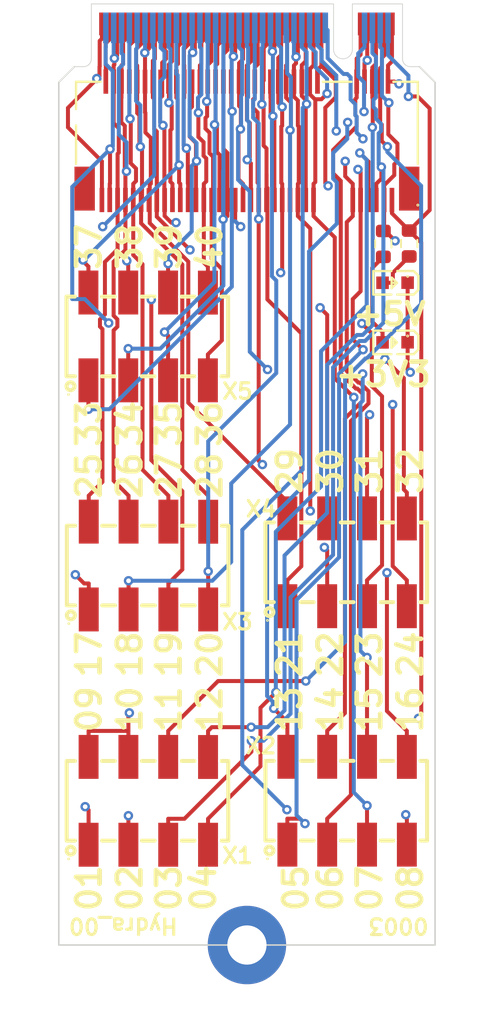
<source format=kicad_pcb>
(kicad_pcb (version 20221018) (generator pcbnew)
  (layers (0 "F.Cu" signal) (1 "In1.Cu" signal) (2 "In2.Cu" signal) (31 "B.Cu" signal) (34 "B.Paste" user) (35 "F.Paste" user) (36 "B.SilkS" user "B.Silkscreen") (37 "F.SilkS" user "F.Silkscreen") (38 "B.Mask" user) (39 "F.Mask" user) (44 "Edge.Cuts" user))
  (net 0 "")
  (net 1 "Net-(CN1-1-Pad11)")
  (net 2 "Net-(CN1-20-Pad21)")
  (net 3 "Net-(CN1-20-Pad23)")
  (net 4 "Net-(CN1-20-Pad25)")
  (net 5 "Net-(CN1-20-Pad27)")
  (net 6 "Net-(CN1-1-Pad66)")
  (net 7 "Net-(CN1-20-Pad33)")
  (net 8 "Net-(CN1-20-Pad35)")
  (net 9 "Net-(CN1-20-Pad37)")
  (net 10 "Net-(CN1-1-Pad5)")
  (net 11 "Net-(CN1-20-Pad39)")
  (net 12 "Net-(CN1-1-Pad69)")
  (net 13 "Net-(CN1-1-Pad71)")
  (net 14 "Net-(CN1-1-Pad73)")
  (net 15 "Net-(CN1-20-Pad41)")
  (net 16 "+3V3")
  (net 17 "Net-(CN1-20-Pad43)")
  (net 18 "Net-(CN1-20-Pad45)")
  (net 19 "Net-(CN1-20-Pad47)")
  (net 20 "Net-(CN1-20-Pad49)")
  (net 21 "Net-(CN1-20-Pad51)")
  (net 22 "Net-(CN1-20-Pad53)")
  (net 23 "Net-(CN1-20-Pad55)")
  (net 24 "Net-(CN1-20-Pad57)")
  (net 25 "Net-(CN1-20-Pad59)")
  (net 26 "Net-(CN1-20-Pad61)")
  (net 27 "Net-(CN1-1-Pad67)")
  (net 28 "Net-(CN1-1-Pad7)")
  (net 29 "Net-(CN1-20-Pad63)")
  (net 30 "Net-(CN1-1-Pad74)")
  (net 31 "Net-(CN1-1-Pad9)")
  (net 32 "GND")
  (net 33 "Net-(LED1-+)")
  (net 34 "+5V")
  (net 35 "Net-(LED2-+)")
  (net 36 "Net-(CN1-20-Pad29)")
  (net 37 "Net-(CN1-20-Pad31)")
  (net 38 "4")
  (net 39 "6")
  (net 40 "8")
  (net 41 "10")
  (net 42 "20")
  (footprint "footprint:HDR-SMD_8P-P2.54-V-M-R2-C4-LS7.4" (layer "F.Cu") (at 118.89 140.7001)
    (fp_text reference "X2" hide)
    (fp_text value "PZ254-2-04-S")
  )
  (footprint "footprint_old:CONN-SMD_67P-P0.50-V_NASB0-S6701-TS50" (layer "F.Cu") (at 112.4999 98.6252 180)
    (fp_text reference "CN1" hide)
    (fp_text value "NASB0-S6701-TS50" hide)
  )
  (footprint "footprint:HDR-SMD_8P-P2.54-V-M-R2-C4-LS7.4" (layer "F.Cu") (at 118.89 125.4999)
    (fp_text reference "X4" hide)
    (fp_text value "PZ254-2-04-S")
  )
  (footprint "Resistor_SMD:R_0603_1608Metric" (layer "F.Cu") (at 122.85 105.175 -90)
    (fp_text reference "R1" hide)
    (fp_text value "470R" hide)
  )
  (footprint "Resistor_SMD:R_0603_1608Metric" (layer "F.Cu") (at 121.2 105.2 -90)
    (fp_text reference "R2" hide)
    (fp_text value "470R" hide)
  )
  (footprint "NGFF:NGFF_M" (layer "F.Cu") (at 112.5 89.9 180)
    (fp_text reference "U1" hide)
    (fp_text value "~" hide)
    (fp_line (start -11 -4) (end -10.425 -4) (stroke (width 0.05)) (layer "Edge.Cuts"))
    (fp_line (start -9.925 -3.5) (end -9.925 0) (stroke (width 0.05)) (layer "Edge.Cuts"))
    (fp_line (start -9.925 0) (end -6.725 0) (stroke (width 0.05)) (layer "Edge.Cuts"))
    (fp_line (start -6.725 0) (end -6.725 -2.9) (stroke (width 0.05)) (layer "Edge.Cuts"))
    (fp_line (start -5.525 -2.9) (end -5.525 0) (stroke (width 0.05)) (layer "Edge.Cuts"))
    (fp_line (start -5.525 0) (end 0 0) (stroke (width 0.05)) (layer "Edge.Cuts"))
    (fp_line (start 0 0) (end 9.925 0) (stroke (width 0.05)) (layer "Edge.Cuts"))
    (fp_line (start 9.925 0) (end 9.925 -3.5) (stroke (width 0.05)) (layer "Edge.Cuts"))
    (fp_line (start 10.425 -4) (end 11 -4) (stroke (width 0.05)) (layer "Edge.Cuts"))
    (fp_arc (start -10.425 -4) (mid -10.071447 -3.853553) (end -9.925 -3.5) (stroke (width 0.05)) (layer "Edge.Cuts"))
    (fp_arc (start -6.725 -2.9) (mid -6.125 -3.5) (end -5.525 -2.9) (stroke (width 0.05)) (layer "Edge.Cuts"))
    (fp_arc (start 9.925 -3.5) (mid 10.071447 -3.853553) (end 10.425 -4) (stroke (width 0.05)) (layer "Edge.Cuts"))
  )
  (footprint "footprint:HDR-SMD_8P-P2.54-V-M-R2-C4-LS7.4" (layer "F.Cu") (at 106.2 111.0999)
    (fp_text reference "X5" hide)
    (fp_text value "PZ254-2-04-S")
  )
  (footprint "MountingHole:MountingHole_2.5mm_Pad_TopBottom" (layer "F.Cu") (at 112.5 149.9 180)
    (fp_text reference "H1" hide)
    (fp_text value "MountingHole")
  )
  (footprint "footprint:HDR-SMD_8P-P2.54-V-M-R2-C4-LS7.4" (layer "F.Cu") (at 106.21 140.7062)
    (fp_text reference "X1" hide)
    (fp_text value "PZ254-2-04-S")
  )
  (footprint "footprint:HDR-SMD_8P-P2.54-V-M-R2-C4-LS7.4" (layer "F.Cu") (at 106.22 125.7061)
    (fp_text reference "X3" hide)
    (fp_text value "PZ254-2-04-S")
  )
  (footprint "footprints:LED0603-RD" (layer "F.Cu") (at 121.95 107.675 180)
    (fp_text reference "LED1" hide)
    (fp_text value "LTST-C191KRKT")
  )
  (footprint "footprints:LED0603-RD" (layer "F.Cu") (at 121.95 111.475 180)
    (fp_text reference "LED2" hide)
    (fp_text value "LTST-C191KRKT")
  )
  (gr_line (start 124.5 149.9) (end 124.5 94.9) (stroke (width 0.1)) (layer "Edge.Cuts"))
  (gr_line (start 124.5 149.9) (end 100.5 149.9) (stroke (width 0.1)) (layer "Edge.Cuts"))
  (gr_line (start 101.5 93.9) (end 100.5 94.9) (stroke (width 0.1)) (layer "Edge.Cuts"))
  (gr_line (start 100.5 149.9) (end 100.5 94.9) (stroke (width 0.1)) (layer "Edge.Cuts"))
  (gr_line (start 123.5 93.9) (end 124.5 94.9) (stroke (width 0.1)) (layer "Edge.Cuts"))
  (gr_text "08" (at 123.8 147.9 90) (layer "F.SilkS") (effects (font (size 1.5 1.5) (thickness 0.3) bold) (justify left bottom)))
  (gr_text "30" (at 118.7 121.3 90) (layer "F.SilkS") (effects (font (size 1.5 1.5) (thickness 0.3) bold) (justify left bottom)))
  (gr_text "29" (at 116.1 121.3 90) (layer "F.SilkS") (effects (font (size 1.5 1.5) (thickness 0.3) bold) (justify left bottom)))
  (gr_text "07" (at 121.2 147.9 90) (layer "F.SilkS") (effects (font (size 1.5 1.5) (thickness 0.3) bold) (justify left bottom)))
  (gr_text "+3V3" (at 118 114.4) (layer "F.SilkS") (effects (font (size 1.5 1.5) (thickness 0.3) bold) (justify left bottom)))
  (gr_text "0003                Hydra_00" (at 124.2 148.1 180) (layer "F.SilkS") (effects (font (size 1 1) (thickness 0.2) bold) (justify left bottom)))
  (gr_text "05" (at 116.5 147.9 90) (layer "F.SilkS") (effects (font (size 1.5 1.5) (thickness 0.3) bold) (justify left bottom)))
  (gr_text "33" (at 103.3 118.3 90) (layer "F.SilkS") (effects (font (size 1.5 1.5) (thickness 0.3) bold) (justify left bottom)))
  (gr_text "12" (at 111 136.5 90) (layer "F.SilkS") (effects (font (size 1.5 1.5) (thickness 0.3) bold) (justify left bottom)))
  (gr_text "26" (at 105.9 121.6 90) (layer "F.SilkS") (effects (font (size 1.5 1.5) (thickness 0.3) bold) (justify left bottom)))
  (gr_text "11" (at 108.4 136.5 90) (layer "F.SilkS") (effects (font (size 1.5 1.5) (thickness 0.3) bold) (justify left bottom)))
  (gr_text "13" (at 116.1 136.5 90) (layer "F.SilkS") (effects (font (size 1.5 1.5) (thickness 0.3) bold) (justify left bottom)))
  (gr_text "21" (at 116.1 133 90) (layer "F.SilkS") (effects (font (size 1.5 1.5) (thickness 0.3) bold) (justify left bottom)))
  (gr_text "32" (at 123.8 121.3 90) (layer "F.SilkS") (effects (font (size 1.5 1.5) (thickness 0.3) bold) (justify left bottom)))
  (gr_text "24" (at 123.8 133 90) (layer "F.SilkS") (effects (font (size 1.5 1.5) (thickness 0.3) bold) (justify left bottom)))
  (gr_text "22" (at 118.7 133 90) (layer "F.SilkS") (effects (font (size 1.5 1.5) (thickness 0.3) bold) (justify left bottom)))
  (gr_text "37" (at 103.3 107 90) (layer "F.SilkS") (effects (font (size 1.5 1.5) (thickness 0.3) bold) (justify left bottom)))
  (gr_text "02" (at 105.9 147.9 90) (layer "F.SilkS") (effects (font (size 1.5 1.5) (thickness 0.3) bold) (justify left bottom)))
  (gr_text "31" (at 121.2 121.3 90) (layer "F.SilkS") (effects (font (size 1.5 1.5) (thickness 0.3) bold) (justify left bottom)))
  (gr_text "01" (at 103.3 147.9 90) (layer "F.SilkS") (effects (font (size 1.5 1.5) (thickness 0.3) bold) (justify left bottom)))
  (gr_text "15" (at 121.2 136.5 90) (layer "F.SilkS") (effects (font (size 1.5 1.5) (thickness 0.3) bold) (justify left bottom)))
  (gr_text "X1" (at 111.9 144.2) (layer "F.SilkS") (effects (font (size 1 1) (thickness 0.2) bold)))
  (gr_text "06" (at 118.7 147.9 90) (layer "F.SilkS") (effects (font (size 1.5 1.5) (thickness 0.3) bold) (justify left bottom)))
  (gr_text "X5" (at 111.9 114.6) (layer "F.SilkS") (effects (font (size 1 1) (thickness 0.2) bold)))
  (gr_text "09" (at 103.3 136.5 90) (layer "F.SilkS") (effects (font (size 1.5 1.5) (thickness 0.3) bold) (justify left bottom)))
  (gr_text "03" (at 108.4 147.9 90) (layer "F.SilkS") (effects (font (size 1.5 1.5) (thickness 0.3) bold) (justify left bottom)))
  (gr_text "23" (at 121.2 133 90) (layer "F.SilkS") (effects (font (size 1.5 1.5) (thickness 0.3) bold) (justify left bottom)))
  (gr_text "X2" (at 113.4 137.2) (layer "F.SilkS") (effects (font (size 1 1) (thickness 0.2) bold)))
  (gr_text "14" (at 118.7 136.5 90) (layer "F.SilkS") (effects (font (size 1.5 1.5) (thickness 0.3) bold) (justify left bottom)))
  (gr_text "04" (at 110.6 147.9 90) (layer "F.SilkS") (effects (font (size 1.5 1.5) (thickness 0.3) bold) (justify left bottom)))
  (gr_text "25" (at 103.3 121.6 90) (layer "F.SilkS") (effects (font (size 1.5 1.5) (thickness 0.3) bold) (justify left bottom)))
  (gr_text "38" (at 105.9 107 90) (layer "F.SilkS") (effects (font (size 1.5 1.5) (thickness 0.3) bold) (justify left bottom)))
  (gr_text "20" (at 111 133 90) (layer "F.SilkS") (effects (font (size 1.5 1.5) (thickness 0.3) bold) (justify left bottom)))
  (gr_text "X3" (at 111.9 129.3) (layer "F.SilkS") (effects (font (size 1 1) (thickness 0.2) bold)))
  (gr_text "17" (at 103.3 133 90) (layer "F.SilkS") (effects (font (size 1.5 1.5) (thickness 0.3) bold) (justify left bottom)))
  (gr_text "18" (at 105.9 133 90) (layer "F.SilkS") (effects (font (size 1.5 1.5) (thickness 0.3) bold) (justify left bottom)))
  (gr_text "27" (at 108.4 121.6 90) (layer "F.SilkS") (effects (font (size 1.5 1.5) (thickness 0.3) bold) (justify left bottom)))
  (gr_text "28" (at 111 121.6 90) (layer "F.SilkS") (effects (font (size 1.5 1.5) (thickness 0.3) bold) (justify left bottom)))
  (gr_text "40" (at 111 107 90) (layer "F.SilkS") (effects (font (size 1.5 1.5) (thickness 0.3) bold) (justify left bottom)))
  (gr_text "36" (at 111 118.3 90) (layer "F.SilkS") (effects (font (size 1.5 1.5) (thickness 0.3) bold) (justify left bottom)))
  (gr_text "39" (at 108.4 107 90) (layer "F.SilkS") (effects (font (size 1.5 1.5) (thickness 0.3) bold) (justify left bottom)))
  (gr_text "16" (at 123.8 136.5 90) (layer "F.SilkS") (effects (font (size 1.5 1.5) (thickness 0.3) bold) (justify left bottom)))
  (gr_text "10" (at 105.9 136.5 90) (layer "F.SilkS") (effects (font (size 1.5 1.5) (thickness 0.3) bold) (justify left bottom)))
  (gr_text "+5V" (at 119.1 110.5) (layer "F.SilkS") (effects (font (size 1.4 1.5) (thickness 0.3) bold) (justify left bottom)))
  (gr_text "X4" (at 113.4 122.1) (layer "F.SilkS") (effects (font (size 1 1) (thickness 0.2) bold)))
  (gr_text "34" (at 105.9 118.3 90) (layer "F.SilkS") (effects (font (size 1.5 1.5) (thickness 0.3) bold) (justify left bottom)))
  (gr_text "35" (at 108.4 118.3 90) (layer "F.SilkS") (effects (font (size 1.5 1.5) (thickness 0.3) bold) (justify left bottom)))
  (gr_text "19" (at 108.4 133 90) (layer "F.SilkS") (effects (font (size 1.5 1.5) (thickness 0.3) bold) (justify left bottom)))
  (segment (start 118.76865 99.93135) (end 118.76865 100.88775) (width 0.254) (layer "F.Cu") (net 1))
  (segment (start 118.8671 113.3016) (end 119.6096 114.0441) (width 0.254) (layer "F.Cu") (net 1))
  (segment (start 119.25 103.4309) (end 118.8671 103.8138) (width 0.254) (layer "F.Cu") (net 1))
  (segment (start 117.62 141.8443) (end 117.62 143.5002) (width 0.254) (layer "F.Cu") (net 1))
  (segment (start 119.7053 114.0441) (end 120.2552 114.594) (width 0.254) (layer "F.Cu") (net 1))
  (segment (start 118.8671 103.8138) (end 118.8671 113.3016) (width 0.254) (layer "F.Cu") (net 1))
  (segment (start 120.2552 114.594) (end 120.2552 115.3718) (width 0.254) (layer "F.Cu") (net 1))
  (segment (start 119.6096 114.0441) (end 119.7053 114.0441) (width 0.254) (layer "F.Cu") (net 1))
  (segment (start 119.133 116.494) (end 119.133 140.3313) (width 0.254) (layer "F.Cu") (net 1))
  (segment (start 119.25 101.3691) (end 119.25 103.4309) (width 0.254) (layer "F.Cu") (net 1))
  (segment (start 120.2552 115.3718) (end 119.133 116.494) (width 0.254) (layer "F.Cu") (net 1))
  (segment (start 118.76865 100.88775) (end 119.25 101.3691) (width 0.254) (layer "F.Cu") (net 1))
  (segment (start 119.133 140.3313) (end 117.62 141.8443) (width 0.254) (layer "F.Cu") (net 1))
  (via (at 118.76865 99.93135) (size 0.6) (drill 0.3) (layers "F.Cu" "B.Cu") (net 1))
  (via (at 118.2 98) (size 0.6) (drill 0.3) (layers "F.Cu" "B.Cu") (net 1))
  (segment (start 117 92.5562) (end 117 91.425) (width 0.254) (layer "B.Cu") (net 1))
  (segment (start 117.266 93.5658) (end 117.266 92.822) (width 0.254) (layer "B.Cu") (net 1))
  (segment (start 118.2 98) (end 118.2 94.461) (width 0.254) (layer "B.Cu") (net 1))
  (segment (start 117.266 93.5658) (end 117.3048 93.5658) (width 0.254) (layer "B.Cu") (net 1))
  (segment (start 117.266 92.822) (end 117 92.5562) (width 0.254) (layer "B.Cu") (net 1))
  (segment (start 117.3048 93.5658) (end 118.2 94.461) (width 0.254) (layer "B.Cu") (net 1))
  (segment (start 116.7498 102.4) (end 116.7498 103.4309) (width 0.254) (layer "F.Cu") (net 2))
  (segment (start 116.5 94.8521) (end 116.4999 94.852) (width 0.254) (layer "F.Cu") (net 2))
  (segment (start 118.1013 104.7824) (end 118.1013 113.7678) (width 0.254) (layer "F.Cu") (net 2))
  (segment (start 116.862 95.978) (end 116.862 101.257) (width 0.254) (layer "F.Cu") (net 2))
  (segment (start 116.5 94.8543) (end 116.5 94.8542) (width 0.254) (layer "F.Cu") (net 2))
  (segment (start 116.5 94.8521) (end 116.5 94.8501) (width 0.254) (layer "F.Cu") (net 2))
  (segment (start 116.75 101.369) (end 116.75 101.6265) (width 0.254) (layer "F.Cu") (net 2))
  (segment (start 120.16 143.5002) (end 120.16 141.0117) (width 0.254) (layer "F.Cu") (net 2))
  (segment (start 116.7498 101.6267) (end 116.7498 102.4) (width 0.254) (layer "F.Cu") (net 2))
  (segment (start 116.5 94.8543) (end 116.5 94.8542) (width 0.254) (layer "F.Cu") (net 2))
  (segment (start 116.4999 94.852) (end 116.4999 94.8501) (width 0.254) (layer "F.Cu") (net 2))
  (segment (start 116.5 94.8501) (end 116.5 94.0613) (width 0.254) (layer "F.Cu") (net 2))
  (segment (start 117.612 95.6177) (end 117.252 95.978) (width 0.254) (layer "F.Cu") (net 2))
  (segment (start 116.75 101.6265) (end 116.7498 101.6267) (width 0.254) (layer "F.Cu") (net 2))
  (segment (start 116.5 94.0613) (end 116.75 93.8112) (width 0.254) (layer "F.Cu") (net 2))
  (segment (start 116.75 93.8112) (end 116.75 91.175) (width 0.254) (layer "F.Cu") (net 2))
  (segment (start 116.5 94.8542) (end 116.5 94.8521) (width 0.254) (layer "F.Cu") (net 2))
  (segment (start 117.252 95.978) (end 116.862 95.978) (width 0.254) (layer "F.Cu") (net 2))
  (segment (start 116.862 101.257) (end 116.75 101.369) (width 0.254) (layer "F.Cu") (net 2))
  (segment (start 116.5 94.8521) (end 116.5 94.8501) (width 0.254) (layer "F.Cu") (net 2))
  (segment (start 116.831 95.978) (end 116.5 95.6473) (width 0.254) (layer "F.Cu") (net 2))
  (segment (start 116.75 101.6265) (end 116.75 101.884) (width 0.254) (layer "F.Cu") (net 2))
  (segment (start 118.1013 113.7678) (end 119.3164 114.9829) (width 0.254) (layer "F.Cu") (net 2))
  (segment (start 116.5 95.6473) (end 116.5 94.8543) (width 0.254) (layer "F.Cu") (net 2))
  (segment (start 116.5 94.8542) (end 116.5 94.8521) (width 0.254) (layer "F.Cu") (net 2))
  (segment (start 116.7498 103.4309) (end 118.1013 104.7824) (width 0.254) (layer "F.Cu") (net 2))
  (segment (start 116.862 95.978) (end 116.831 95.978) (width 0.254) (layer "F.Cu") (net 2))
  (via (at 117.612 95.6177) (size 0.6) (drill 0.3) (layers "F.Cu" "B.Cu") (net 2))
  (via (at 119.3164 114.9829) (size 0.6) (drill 0.3) (layers "F.Cu" "B.Cu") (net 2))
  (via (at 120.16 141.0117) (size 0.6) (drill 0.3) (layers "F.Cu" "B.Cu") (net 2))
  (segment (start 119.3164 114.9829) (end 119.3164 140.1681) (width 0.254) (layer "B.Cu") (net 2))
  (segment (start 116.883 93.946) (end 117.612 94.675) (width 0.254) (layer "B.Cu") (net 2))
  (segment (start 116.5 91.425) (end 116.5 92.5977) (width 0.254) (layer "B.Cu") (net 2))
  (segment (start 116.883 92.9806) (end 116.883 93.946) (width 0.254) (layer "B.Cu") (net 2))
  (segment (start 116.5 92.5977) (end 116.883 92.9806) (width 0.254) (layer "B.Cu") (net 2))
  (segment (start 117.612 94.675) (end 117.612 95.6177) (width 0.254) (layer "B.Cu") (net 2))
  (segment (start 119.3164 140.1681) (end 120.16 141.0117) (width 0.254) (layer "B.Cu") (net 2))
  (segment (start 116.26 96.2814) (end 116.26 96.0302) (width 0.254) (layer "F.Cu") (net 3))
  (segment (start 116.25 93.55) (end 116.25 91.175) (width 0.254) (layer "F.Cu") (net 3))
  (segment (start 116 94.8175) (end 115.9998 94.8177) (width 0.254) (layer "F.Cu") (net 3))
  (segment (start 116.26 96.0302) (end 116 95.7695) (width 0.254) (layer "F.Cu") (net 3))
  (segment (start 122.7 141.6601) (end 122.6306 141.5907) (width 0.254) (layer "F.Cu") (net 3))
  (segment (start 115.9998 94.8177) (end 115.9998 94.8501) (width 0.254) (layer "F.Cu") (net 3))
  (segment (start 116 94.8501) (end 116 94.8175) (width 0.254) (layer "F.Cu") (net 3))
  (segment (start 116 94.8175) (end 116 94.785) (width 0.254) (layer "F.Cu") (net 3))
  (segment (start 116 95.7695) (end 116 94.8501) (width 0.254) (layer "F.Cu") (net 3))
  (segment (start 116 94.785) (end 116 94.7848) (width 0.254) (layer "F.Cu") (net 3))
  (segment (start 116 93.8002) (end 116.25 93.55) (width 0.254) (layer "F.Cu") (net 3))
  (segment (start 122.7 143.5002) (end 122.7 141.6601) (width 0.254) (layer "F.Cu") (net 3))
  (segment (start 116 94.785) (end 116 94.8175) (width 0.254) (layer "F.Cu") (net 3))
  (segment (start 116 94.7848) (end 116 93.8002) (width 0.254) (layer "F.Cu") (net 3))
  (segment (start 116.25 96.2919) (end 116.26 96.2814) (width 0.254) (layer "F.Cu") (net 3))
  (segment (start 116 94.8175) (end 116 94.8501) (width 0.254) (layer "F.Cu") (net 3))
  (segment (start 116 94.7848) (end 116 94.785) (width 0.254) (layer "F.Cu") (net 3))
  (segment (start 116.25 102.4) (end 116.25 96.2919) (width 0.254) (layer "F.Cu") (net 3))
  (segment (start 116.26 96.2814) (end 116.306 96.2814) (width 0.254) (layer "F.Cu") (net 3))
  (via (at 115.0505 141.2722) (size 0.6) (drill 0.3) (layers "F.Cu" "B.Cu") (net 3))
  (via (at 116.306 96.2814) (size 0.6) (drill 0.3) (layers "F.Cu" "B.Cu") (net 3))
  (via (at 122.6306 141.5907) (size 0.6) (drill 0.3) (layers "F.Cu" "B.Cu") (net 3))
  (segment (start 116 91.425) (end 116 92.6559) (width 0.254) (layer "B.Cu") (net 3))
  (segment (start 112.205 138.4267) (end 115.0505 141.2722) (width 0.254) (layer "B.Cu") (net 3))
  (segment (start 116.054 96.5334) (end 116.054 112.104) (width 0.254) (layer "B.Cu") (net 3))
  (segment (start 116.054 112.104) (end 116.054 119.5853) (width 0.254) (layer "B.Cu") (net 3))
  (segment (start 112.205 123.4343) (end 112.205 138.4267) (width 0.254) (layer "B.Cu") (net 3))
  (segment (start 116.054 119.5853) (end 112.205 123.4343) (width 0.254) (layer "B.Cu") (net 3))
  (segment (start 116 92.6559) (end 116.306 92.962) (width 0.254) (layer "B.Cu") (net 3))
  (segment (start 116.306 92.962) (end 116.306 96.2814) (width 0.254) (layer "B.Cu") (net 3))
  (segment (start 116.306 96.2814) (end 116.054 96.5334) (width 0.254) (layer "B.Cu") (net 3))
  (segment (start 115.75 101.6265) (end 115.75 101.884) (width 0.254) (layer "F.Cu") (net 4))
  (segment (start 115.5 94.8151) (end 115.5 94.8152) (width 0.254) (layer "F.Cu") (net 4))
  (segment (start 115.631 93.6877) (end 115.631 93.2699) (width 0.254) (layer "F.Cu") (net 4))
  (segment (start 115.5 95.3306) (end 115.5 95.8111) (width 0.254) (layer "F.Cu") (net 4))
  (segment (start 115.7498 103.4309) (end 116.5415 104.2226) (width 0.254) (layer "F.Cu") (net 4))
  (segment (start 101.555 126.2897) (end 102.1156 126.8503) (width 0.254) (layer "F.Cu") (net 4))
  (segment (start 115.806 101.313) (end 115.75 101.369) (width 0.254) (layer "F.Cu") (net 4))
  (segment (start 115.5 94.8501) (end 115.5 95.3306) (width 0.254) (layer "F.Cu") (net 4))
  (segment (start 115.75 91.175) (end 115.75 93.1513) (width 0.254) (layer "F.Cu") (net 4))
  (segment (start 115.75 93.1513) (end 115.631 93.2699) (width 0.254) (layer "F.Cu") (net 4))
  (segment (start 102.1156 126.8503) (end 102.41 126.8503) (width 0.254) (layer "F.Cu") (net 4))
  (segment (start 115.75 96.061) (end 115.75 97.6616) (width 0.254) (layer "F.Cu") (net 4))
  (segment (start 115.5 94.8152) (end 115.5 94.8501) (width 0.254) (layer "F.Cu") (net 4))
  (segment (start 115.5 93.8192) (end 115.631 93.6877) (width 0.254) (layer "F.Cu") (net 4))
  (segment (start 116.5415 104.2226) (end 116.5415 122.2279) (width 0.254) (layer "F.Cu") (net 4))
  (segment (start 115.5 94.8151) (end 115.5 93.8192) (width 0.254) (layer "F.Cu") (net 4))
  (segment (start 115.7498 102.4) (end 115.7498 103.4309) (width 0.254) (layer "F.Cu") (net 4))
  (segment (start 115.4999 95.3305) (end 115.4999 94.8501) (width 0.254) (layer "F.Cu") (net 4))
  (segment (start 115.5 94.8152) (end 115.5 94.8501) (width 0.254) (layer "F.Cu") (net 4))
  (segment (start 115.806 97.7175) (end 115.806 101.313) (width 0.254) (layer "F.Cu") (net 4))
  (segment (start 115.75 101.6265) (end 115.7498 101.6267) (width 0.254) (layer "F.Cu") (net 4))
  (segment (start 115.5 95.3306) (end 115.4999 95.3305) (width 0.254) (layer "F.Cu") (net 4))
  (segment (start 115.5 94.8151) (end 115.5 94.8152) (width 0.254) (layer "F.Cu") (net 4))
  (segment (start 115.75 97.6616) (end 115.806 97.7175) (width 0.254) (layer "F.Cu") (net 4))
  (segment (start 115.5 95.8111) (end 115.75 96.061) (width 0.254) (layer "F.Cu") (net 4))
  (segment (start 115.75 101.369) (end 115.75 101.6265) (width 0.254) (layer "F.Cu") (net 4))
  (segment (start 115.7498 101.6267) (end 115.7498 102.4) (width 0.254) (layer "F.Cu") (net 4))
  (segment (start 102.41 128.5062) (end 102.41 126.8503) (width 0.254) (layer "F.Cu") (net 4))
  (via (at 116.5415 122.2279) (size 0.6) (drill 0.3) (layers "F.Cu" "B.Cu") (net 4))
  (via (at 115.631 93.2699) (size 0.6) (drill 0.3) (layers "F.Cu" "B.Cu") (net 4))
  (via (at 101.555 126.2897) (size 0.6) (drill 0.3) (layers "F.Cu" "B.Cu") (net 4))
  (segment (start 115.5 93.1385) (end 115.631 93.2699) (width 0.254) (layer "B.Cu") (net 4))
  (segment (start 115.5 91.425) (end 115.5 93.1385) (width 0.254) (layer "B.Cu") (net 4))
  (segment (start 115 94.8501) (end 115 93.8192) (width 0.254) (layer "F.Cu") (net 5))
  (segment (start 104.95 128.5062) (end 104.95 126.8503) (width 0.254) (layer "F.Cu") (net 5))
  (segment (start 115.25 102.4) (end 115.25 97.9478) (width 0.254) (layer "F.Cu") (net 5))
  (segment (start 115.25 97.9478) (end 115.306 97.8919) (width 0.254) (layer "F.Cu") (net 5))
  (segment (start 115 93.8192) (end 115.064 93.7552) (width 0.254) (layer "F.Cu") (net 5))
  (segment (start 115 95.881) (end 115 94.8501) (width 0.254) (layer "F.Cu") (net 5))
  (segment (start 104.95 126.8503) (end 104.95 126.6751) (width 0.254) (layer "F.Cu") (net 5))
  (segment (start 115.064 92.3421) (end 115.25 92.1559) (width 0.254) (layer "F.Cu") (net 5))
  (segment (start 115.306 97.8919) (end 115.306 96.1871) (width 0.254) (layer "F.Cu") (net 5))
  (segment (start 115 94.8501) (end 114.9998 94.8501) (width 0.254) (layer "F.Cu") (net 5))
  (segment (start 115.25 92.1559) (end 115.25 91.175) (width 0.254) (layer "F.Cu") (net 5))
  (segment (start 115.306 96.1871) (end 115 95.881) (width 0.254) (layer "F.Cu") (net 5))
  (segment (start 115.064 93.7552) (end 115.064 92.3421) (width 0.254) (layer "F.Cu") (net 5))
  (via (at 104.95 126.6751) (size 0.6) (drill 0.3) (layers "F.Cu" "B.Cu") (net 5))
  (via (at 115.25 97.9478) (size 0.6) (drill 0.3) (layers "F.Cu" "B.Cu") (net 5))
  (segment (start 115.064 91.4888) (end 115 91.425) (width 0.254) (layer "B.Cu") (net 5))
  (segment (start 111.4978 120.4718) (end 111.4978 125.4697) (width 0.254) (layer "B.Cu") (net 5))
  (segment (start 111.4978 125.4697) (end 110.2924 126.6751) (width 0.254) (layer "B.Cu") (net 5))
  (segment (start 115.304 97.8932) (end 115.304 94.5605) (width 0.254) (layer "B.Cu") (net 5))
  (segment (start 115.25 97.9478) (end 115.25 116.7196) (width 0.254) (layer "B.Cu") (net 5))
  (segment (start 115.064 94.3199) (end 115.064 91.4888) (width 0.254) (layer "B.Cu") (net 5))
  (segment (start 115.25 97.9478) (end 115.304 97.8932) (width 0.254) (layer "B.Cu") (net 5))
  (segment (start 110.2924 126.6751) (end 104.95 126.6751) (width 0.254) (layer "B.Cu") (net 5))
  (segment (start 115.304 94.5605) (end 115.064 94.3199) (width 0.254) (layer "B.Cu") (net 5))
  (segment (start 115.25 116.7196) (end 111.4978 120.4718) (width 0.254) (layer "B.Cu") (net 5))
  (segment (start 105.43 93.7621) (end 105.43 92.7807) (width 0.254) (layer "F.Cu") (net 6))
  (segment (start 105.5 95.0983) (end 105.5 94.8504) (width 0.254) (layer "F.Cu") (net 6))
  (segment (start 105.4999 95.0982) (end 105.4999 94.8504) (width 0.254) (layer "F.Cu") (net 6))
  (segment (start 105.7498 102.4003) (end 105.7498 103.4182) (width 0.254) (layer "F.Cu") (net 6))
  (segment (start 105.808 99.108) (end 105.808 101.7762) (width 0.254) (layer "F.Cu") (net 6))
  (segment (start 105.4999 96.8601) (end 105.4999 94.850371) (width 0.254) (layer "F.Cu") (net 6))
  (segment (start 105.7 99) (end 105.808 99.108) (width 0.254) (layer "F.Cu") (net 6))
  (segment (start 105.7498 101.8344) (end 105.7498 102.4003) (width 0.254) (layer "F.Cu") (net 6))
  (segment (start 105.5 95.0983) (end 105.4999 95.0982) (width 0.254) (layer "F.Cu") (net 6))
  (segment (start 108.3779 119.6041) (end 108.3779 106.514) (width 0.254) (layer "F.Cu") (net 6))
  (segment (start 105.5 94.8504) (end 105.5 93.8325) (width 0.254) (layer "F.Cu") (net 6))
  (segment (start 105.43 92.7807) (end 105.75 92.4602) (width 0.254) (layer "F.Cu") (net 6))
  (segment (start 105.644 98.944) (end 105.644 97.0042) (width 0.254) (layer "F.Cu") (net 6))
  (segment (start 105.75 92.4602) (end 105.75 91.175) (width 0.254) (layer "F.Cu") (net 6))
  (segment (start 108.3779 106.514) (end 105.7498 103.8859) (width 0.254) (layer "F.Cu") (net 6))
  (segment (start 105.7498 103.8859) (end 105.7498 103.4182) (width 0.254) (layer "F.Cu") (net 6))
  (segment (start 105.7 99) (end 105.644 98.944) (width 0.254) (layer "F.Cu") (net 6))
  (segment (start 105.808 101.7762) (end 105.7498 101.8344) (width 0.254) (layer "F.Cu") (net 6))
  (segment (start 110.03 122.9121) (end 110.03 121.2562) (width 0.254) (layer "F.Cu") (net 6))
  (segment (start 105.808 101.7762) (end 105.808 102.342) (width 0.254) (layer "F.Cu") (net 6))
  (segment (start 110.03 121.2562) (end 108.3779 119.6041) (width 0.254) (layer "F.Cu") (net 6))
  (segment (start 105.5 93.8325) (end 105.43 93.7621) (width 0.254) (layer "F.Cu") (net 6))
  (segment (start 105.644 97.0042) (end 105.4999 96.8601) (width 0.254) (layer "F.Cu") (net 6))
  (via (at 105.7 99) (size 0.6) (drill 0.3) (layers "F.Cu" "B.Cu") (net 6))
  (segment (start 105.5 92.7102) (end 105.5 91.425) (width 0.254) (layer "B.Cu") (net 6))
  (segment (start 105.7 96.3544) (end 105.43 96.0844) (width 0.254) (layer "B.Cu") (net 6))
  (segment (start 105.43 96.0844) (end 105.43 92.7807) (width 0.254) (layer "B.Cu") (net 6))
  (segment (start 105.7 99) (end 105.7 96.3544) (width 0.254) (layer "B.Cu") (net 6))
  (segment (start 105.43 92.7807) (end 105.5 92.7102) (width 0.254) (layer "B.Cu") (net 6))
  (segment (start 115.9709 110.9063) (end 113.806 108.7414) (width 0.254) (layer "F.Cu") (net 7))
  (segment (start 113.5 94.8501) (end 113.5 96.2998) (width 0.254) (layer "F.Cu") (net 7))
  (segment (start 113.806 102.6419) (end 113.806 108.7414) (width 0.254) (layer "F.Cu") (net 7))
  (segment (start 115.08 128.3) (end 115.08 126.6441) (width 0.254) (layer "F.Cu") (net 7))
  (segment (start 115.08 126.6441) (end 115.9709 125.7532) (width 0.254) (layer "F.Cu") (net 7))
  (segment (start 113.75 92.5169) (end 113.569 92.6978) (width 0.254) (layer "F.Cu") (net 7))
  (segment (start 113.569 92.6978) (end 113.569 94.7809) (width 0.254) (layer "F.Cu") (net 7))
  (segment (start 113.75 101.579) (end 113.806 101.635) (width 0.254) (layer "F.Cu") (net 7))
  (segment (start 113.562 98.9291) (end 113.562 96.3622) (width 0.254) (layer "F.Cu") (net 7))
  (segment (start 113.517 94.8328) (end 113.4999 94.8499) (width 0.254) (layer "F.Cu") (net 7))
  (segment (start 113.75 100.758) (end 113.75 101.579) (width 0.254) (layer "F.Cu") (net 7))
  (segment (start 113.517 94.8328) (end 113.5 94.8501) (width 0.254) (layer "F.Cu") (net 7))
  (segment (start 113.5 96.2998) (end 113.453 96.2998) (width 0.254) (layer "F.Cu") (net 7))
  (segment (start 115.9709 125.7532) (end 115.9709 110.9063) (width 0.254) (layer "F.Cu") (net 7))
  (segment (start 113.75 100.758) (end 113.75 99.1166) (width 0.254) (layer "F.Cu") (net 7))
  (segment (start 113.534 94.8155) (end 113.517 94.8328) (width 0.254) (layer "F.Cu") (net 7))
  (segment (start 113.75 101.579) (end 113.75 100.758) (width 0.254) (layer "F.Cu") (net 7))
  (segment (start 113.7498 102.5857) (end 113.7498 102.4) (width 0.254) (layer "F.Cu") (net 7))
  (segment (start 113.75 99.1166) (end 113.562 98.9291) (width 0.254) (layer "F.Cu") (net 7))
  (segment (start 113.562 96.3622) (end 113.5 96.2998) (width 0.254) (layer "F.Cu") (net 7))
  (segment (start 113.806 101.635) (end 113.806 102.6419) (width 0.254) (layer "F.Cu") (net 7))
  (segment (start 113.534 94.8155) (end 113.517 94.8328) (width 0.254) (layer "F.Cu") (net 7))
  (segment (start 113.517 94.8328) (end 113.5 94.8501) (width 0.254) (layer "F.Cu") (net 7))
  (segment (start 113.569 94.7809) (end 113.534 94.8155) (width 0.254) (layer "F.Cu") (net 7))
  (segment (start 113.4999 94.8499) (end 113.4999 94.8501) (width 0.254) (layer "F.Cu") (net 7))
  (segment (start 113.806 102.6419) (end 113.7498 102.5857) (width 0.254) (layer "F.Cu") (net 7))
  (segment (start 113.75 91.175) (end 113.75 92.5169) (width 0.254) (layer "F.Cu") (net 7))
  (via (at 113.453 96.2998) (size 0.6) (drill 0.3) (layers "F.Cu" "B.Cu") (net 7))
  (segment (start 113.5 91.425) (end 113.5 92.6559) (width 0.254) (layer "B.Cu") (net 7))
  (segment (start 113.453 92.7031) (end 113.453 96.2998) (width 0.254) (layer "B.Cu") (net 7))
  (segment (start 113.5 92.6559) (end 113.453 92.7031) (width 0.254) (layer "B.Cu") (net 7))
  (segment (start 113 94.9111) (end 113 94.9109) (width 0.254) (layer "F.Cu") (net 8))
  (segment (start 113 94.9109) (end 113 94.9111) (width 0.254) (layer "F.Cu") (net 8))
  (segment (start 113.179 96.8141) (end 113.179 101.298) (width 0.254) (layer "F.Cu") (net 8))
  (segment (start 113.25 91.175) (end 113.25 92.1559) (width 0.254) (layer "F.Cu") (net 8))
  (segment (start 112.9998 94.8803) (end 112.9998 94.8501) (width 0.254) (layer "F.Cu") (net 8))
  (segment (start 113.186 92.2197) (end 113.186 93.7549) (width 0.254) (layer "F.Cu") (net 8))
  (segment (start 113 95.881) (end 112.896 95.9851) (width 0.254) (layer "F.Cu") (net 8))
  (segment (start 113 94.8501) (end 113 94.8805) (width 0.254) (layer "F.Cu") (net 8))
  (segment (start 117.62 124.7309) (end 117.4386 124.5495) (width 0.254) (layer "F.Cu") (net 8))
  (segment (start 113.25 101.369) (end 113.25 102.4) (width 0.254) (layer "F.Cu") (net 8))
  (segment (start 113.25 92.1559) (end 113.186 92.2197) (width 0.254) (layer "F.Cu") (net 8))
  (segment (start 113.179 101.298) (end 113.25 101.369) (width 0.254) (layer "F.Cu") (net 8))
  (segment (start 113 94.8805) (end 113 94.9109) (width 0.254) (layer "F.Cu") (net 8))
  (segment (start 113.25 119.0307) (end 113.4875 119.2682) (width 0.254) (layer "F.Cu") (net 8))
  (segment (start 113 94.8805) (end 113 94.8501) (width 0.254) (layer "F.Cu") (net 8))
  (segment (start 113.25 102.4) (end 113.25 103.607) (width 0.254) (layer "F.Cu") (net 8))
  (segment (start 113.25 103.607) (end 113.25 119.0307) (width 0.254) (layer "F.Cu") (net 8))
  (segment (start 113 94.9111) (end 113 95.881) (width 0.254) (layer "F.Cu") (net 8))
  (segment (start 113 94.9109) (end 113 94.8805) (width 0.254) (layer "F.Cu") (net 8))
  (segment (start 112.896 96.5312) (end 113.179 96.8141) (width 0.254) (layer "F.Cu") (net 8))
  (segment (start 113 94.8805) (end 112.9998 94.8803) (width 0.254) (layer "F.Cu") (net 8))
  (segment (start 113.186 93.7549) (end 113 93.9413) (width 0.254) (layer "F.Cu") (net 8))
  (segment (start 113 93.9413) (end 113 94.8501) (width 0.254) (layer "F.Cu") (net 8))
  (segment (start 117.62 128.3) (end 117.62 124.7309) (width 0.254) (layer "F.Cu") (net 8))
  (segment (start 112.896 95.9851) (end 112.896 96.5312) (width 0.254) (layer "F.Cu") (net 8))
  (via (at 113.4875 119.2682) (size 0.6) (drill 0.3) (layers "F.Cu" "B.Cu") (net 8))
  (via (at 113.25 103.607) (size 0.6) (drill 0.3) (layers "F.Cu" "B.Cu") (net 8))
  (via (at 117.4386 124.5495) (size 0.6) (drill 0.3) (layers "F.Cu" "B.Cu") (net 8))
  (segment (start 113 95.9665) (end 112.896 96.0708) (width 0.254) (layer "B.Cu") (net 8))
  (segment (start 112.896 96.0708) (end 112.896 97.1558) (width 0.254) (layer "B.Cu") (net 8))
  (segment (start 112.896 97.1558) (end 113.25 97.5101) (width 0.254) (layer "B.Cu") (net 8))
  (segment (start 113.25 97.5101) (end 113.25 103.607) (width 0.254) (layer "B.Cu") (net 8))
  (segment (start 113 91.425) (end 113 95.9665) (width 0.254) (layer "B.Cu") (net 8))
  (segment (start 112.5 94.9076) (end 112.5 94.8501) (width 0.254) (layer "F.Cu") (net 9))
  (segment (start 112.519 99.8317) (end 112.75 100.063) (width 0.254) (layer "F.Cu") (net 9))
  (segment (start 112.75 101.4537) (end 112.75 101.769) (width 0.254) (layer "F.Cu") (net 9))
  (segment (start 112.682 99.6688) (end 112.682 97.4832) (width 0.254) (layer "F.Cu") (net 9))
  (segment (start 112.4999 94.9075) (end 112.4999 94.8501) (width 0.254) (layer "F.Cu") (net 9))
  (segment (start 112.5 94.9653) (end 112.5 94.9652) (width 0.254) (layer "F.Cu") (net 9))
  (segment (start 112.5 94.9076) (end 112.5 94.8501) (width 0.254) (layer "F.Cu") (net 9))
  (segment (start 112.5 94.9653) (end 112.5 94.9652) (width 0.254) (layer "F.Cu") (net 9))
  (segment (start 121.1179 125.6862) (end 121.1179 114.9152) (width 0.254) (layer "F.Cu") (net 9))
  (segment (start 112.7498 101.4539) (end 112.7498 102.4) (width 0.254) (layer "F.Cu") (net 9))
  (segment (start 112.75 101.4537) (end 112.7498 101.4539) (width 0.254) (layer "F.Cu") (net 9))
  (segment (start 120.16 126.6441) (end 121.1179 125.6862) (width 0.254) (layer "F.Cu") (net 9))
  (segment (start 112.5 94.8501) (end 112.5 93.8192) (width 0.254) (layer "F.Cu") (net 9))
  (segment (start 112.75 93.5691) (end 112.75 91.175) (width 0.254) (layer "F.Cu") (net 9))
  (segment (start 121.1179 114.9152) (end 120.4641 114.2614) (width 0.254) (layer "F.Cu") (net 9))
  (segment (start 112.5 94.9652) (end 112.5 94.9076) (width 0.254) (layer "F.Cu") (net 9))
  (segment (start 112.5 93.8192) (end 112.75 93.5691) (width 0.254) (layer "F.Cu") (net 9))
  (segment (start 112.5 97.3016) (end 112.5 94.9653) (width 0.254) (layer "F.Cu") (net 9))
  (segment (start 112.519 99.8317) (end 112.682 99.6688) (width 0.254) (layer "F.Cu") (net 9))
  (segment (start 112.5 94.9076) (end 112.4999 94.9075) (width 0.254) (layer "F.Cu") (net 9))
  (segment (start 112.75 100.063) (end 112.75 101.4537) (width 0.254) (layer "F.Cu") (net 9))
  (segment (start 120.4641 110.9081) (end 119.8289 110.2729) (width 0.254) (layer "F.Cu") (net 9))
  (segment (start 112.682 97.4832) (end 112.5 97.3016) (width 0.254) (layer "F.Cu") (net 9))
  (segment (start 120.4641 114.2614) (end 120.4641 110.9081) (width 0.254) (layer "F.Cu") (net 9))
  (segment (start 112.5 94.9652) (end 112.5 94.9076) (width 0.254) (layer "F.Cu") (net 9))
  (segment (start 120.16 128.3) (end 120.16 126.6441) (width 0.254) (layer "F.Cu") (net 9))
  (via (at 119.8289 110.2729) (size 0.6) (drill 0.3) (layers "F.Cu" "B.Cu") (net 9))
  (via (at 112.519 99.8317) (size 0.6) (drill 0.3) (layers "F.Cu" "B.Cu") (net 9))
  (segment (start 112.513 95.9122) (end 112.513 97.3144) (width 0.254) (layer "B.Cu") (net 9))
  (segment (start 112.642 99.7087) (end 112.519 99.8317) (width 0.254) (layer "B.Cu") (net 9))
  (segment (start 112.513 97.3144) (end 112.642 97.4432) (width 0.254) (layer "B.Cu") (net 9))
  (segment (start 112.5 92.6166) (end 112.574 92.6906) (width 0.254) (layer "B.Cu") (net 9))
  (segment (start 112.574 92.6906) (end 112.574 95.851) (width 0.254) (layer "B.Cu") (net 9))
  (segment (start 112.5 91.425) (end 112.5 92.6166) (width 0.254) (layer "B.Cu") (net 9))
  (segment (start 112.642 97.4432) (end 112.642 99.7087) (width 0.254) (layer "B.Cu") (net 9))
  (segment (start 112.574 95.851) (end 112.513 95.9122) (width 0.254) (layer "B.Cu") (net 9))
  (segment (start 108.5149 141.8504) (end 112.7847 137.5806) (width 0.254) (layer "F.Cu") (net 10))
  (segment (start 107.48 143.5063) (end 107.48 141.8504) (width 0.254) (layer "F.Cu") (net 10))
  (segment (start 121.0756 101.0433) (end 120.7498 101.3691) (width 0.254) (layer "F.Cu") (net 10))
  (segment (start 121.0756 100.3) (end 121.0756 101.0433) (width 0.254) (layer "F.Cu") (net 10))
  (segment (start 120.7498 101.3691) (end 120.7498 102.4) (width 0.254) (layer "F.Cu") (net 10))
  (segment (start 112.7847 137.5806) (end 112.7847 136.877) (width 0.254) (layer "F.Cu") (net 10))
  (segment (start 107.48 141.8504) (end 108.5149 141.8504) (width 0.254) (layer "F.Cu") (net 10))
  (via (at 112.7847 136.877) (size 0.6) (drill 0.3) (layers "F.Cu" "B.Cu") (net 10))
  (via (at 121.0756 100.3) (size 0.6) (drill 0.3) (layers "F.Cu" "B.Cu") (net 10))
  (segment (start 115.2813 127.7392) (end 115.2813 135.155) (width 0.254) (layer "B.Cu") (net 10))
  (segment (start 117.9946 125.0259) (end 115.2813 127.7392) (width 0.254) (layer "B.Cu") (net 10))
  (segment (start 120.9031 98.153075) (end 121.0551 98.001075) (width 0.254) (layer "B.Cu") (net 10))
  (segment (start 117.9946 113.0725) (end 117.9946 125.0259) (width 0.254) (layer "B.Cu") (net 10))
  (segment (start 121.2045 110.2273) (end 120.0427 111.3891) (width 0.254) (layer "B.Cu") (net 10))
  (segment (start 120.7308 96.635775) (end 120.5717 96.476675) (width 0.254) (layer "B.Cu") (net 10))
  (segment (start 113.5593 136.877) (end 112.7847 136.877) (width 0.254) (layer "B.Cu") (net 10))
  (segment (start 115.2813 135.155) (end 113.5593 136.877) (width 0.254) (layer "B.Cu") (net 10))
  (segment (start 121.0551 97.542125) (end 120.730575 97.2176) (width 0.254) (layer "B.Cu") (net 10))
  (segment (start 121.2045 100.4289) (end 121.2045 110.2273) (width 0.254) (layer "B.Cu") (net 10))
  (segment (start 121.0756 100.3) (end 121.2045 100.4289) (width 0.254) (layer "B.Cu") (net 10))
  (segment (start 120.5717 96.017725) (end 120.7308 95.858625) (width 0.254) (layer "B.Cu") (net 10))
  (segment (start 119.678 111.3891) (end 117.9946 113.0725) (width 0.254) (layer "B.Cu") (net 10))
  (segment (start 120.5717 96.476675) (end 120.5717 96.017725) (width 0.254) (layer "B.Cu") (net 10))
  (segment (start 120.9031 100.1275) (end 120.9031 98.153075) (width 0.254) (layer "B.Cu") (net 10))
  (segment (start 120.7308 97.217375) (end 120.7308 96.635775) (width 0.254) (layer "B.Cu") (net 10))
  (segment (start 120.5 93.0314) (end 120.5 91.425) (width 0.254) (layer "B.Cu") (net 10))
  (segment (start 120.7308 95.858625) (end 120.7308 93.2622) (width 0.254) (layer "B.Cu") (net 10))
  (segment (start 120.7308 93.2622) (end 120.5 93.0314) (width 0.254) (layer "B.Cu") (net 10))
  (segment (start 120.0427 111.3891) (end 119.678 111.3891) (width 0.254) (layer "B.Cu") (net 10))
  (segment (start 121.0756 100.3) (end 120.9031 100.1275) (width 0.254) (layer "B.Cu") (net 10))
  (segment (start 120.730575 97.2176) (end 120.7308 97.217375) (width 0.254) (layer "B.Cu") (net 10))
  (segment (start 121.0551 98.001075) (end 121.0551 97.542125) (width 0.254) (layer "B.Cu") (net 10))
  (segment (start 112.25 101.369) (end 111.963 101.082) (width 0.254) (layer "F.Cu") (net 11))
  (segment (start 112.25 102.4) (end 112.25 101.369) (width 0.254) (layer "F.Cu") (net 11))
  (segment (start 112 95.0376) (end 112 95.0374) (width 0.254) (layer "F.Cu") (net 11))
  (segment (start 122.7 126.6441) (end 121.7957 125.7398) (width 0.254) (layer "F.Cu") (net 11))
  (segment (start 112.25 93.4208) (end 112 93.671) (width 0.254) (layer "F.Cu") (net 11))
  (segment (start 112 95.0376) (end 112 96.4042) (width 0.254) (layer "F.Cu") (net 11))
  (segment (start 112 94.8501) (end 112 94.9437) (width 0.254) (layer "F.Cu") (net 11))
  (segment (start 121.7957 125.7398) (end 121.7957 115.4396) (width 0.254) (layer "F.Cu") (net 11))
  (segment (start 112.25 91.175) (end 112.25 93.4208) (width 0.254) (layer "F.Cu") (net 11))
  (segment (start 112.112 96.5163) (end 112.112 97.8493) (width 0.254) (layer "F.Cu") (net 11))
  (segment (start 111.9998 94.9435) (end 111.9998 94.8501) (width 0.254) (layer "F.Cu") (net 11))
  (segment (start 112 95.0374) (end 112 94.9437) (width 0.254) (layer "F.Cu") (net 11))
  (segment (start 112 94.9437) (end 112 94.8501) (width 0.254) (layer "F.Cu") (net 11))
  (segment (start 112 96.4042) (end 112.112 96.5163) (width 0.254) (layer "F.Cu") (net 11))
  (segment (start 112 94.9437) (end 112 95.0374) (width 0.254) (layer "F.Cu") (net 11))
  (segment (start 122.7 128.3) (end 122.7 126.6441) (width 0.254) (layer "F.Cu") (net 11))
  (segment (start 112 94.9437) (end 111.9998 94.9435) (width 0.254) (layer "F.Cu") (net 11))
  (segment (start 111.963 101.082) (end 111.963 97.9985) (width 0.254) (layer "F.Cu") (net 11))
  (segment (start 112 95.0374) (end 112 95.0376) (width 0.254) (layer "F.Cu") (net 11))
  (segment (start 112.112 97.8493) (end 112.085 97.8763) (width 0.254) (layer "F.Cu") (net 11))
  (segment (start 111.963 97.9985) (end 112.085 97.8763) (width 0.254) (layer "F.Cu") (net 11))
  (segment (start 112 93.671) (end 112 94.8501) (width 0.254) (layer "F.Cu") (net 11))
  (via (at 121.7957 115.4396) (size 0.6) (drill 0.3) (layers "F.Cu" "B.Cu") (net 11))
  (via (at 113.8145 113.2099) (size 0.6) (drill 0.3) (layers "F.Cu" "B.Cu") (net 11))
  (via (at 112.085 97.8763) (size 0.6) (drill 0.3) (layers "F.Cu" "B.Cu") (net 11))
  (segment (start 111.936 98.0248) (end 111.936 101.11) (width 0.254) (layer "B.Cu") (net 11))
  (segment (start 112 92.6804) (end 112.191 92.8715) (width 0.254) (layer "B.Cu") (net 11))
  (segment (start 112 91.425) (end 112 92.6804) (width 0.254) (layer "B.Cu") (net 11))
  (segment (start 112.191 92.8715) (end 112.191 95.6924) (width 0.254) (layer "B.Cu") (net 11))
  (segment (start 112.681 112.0764) (end 113.8145 113.2099) (width 0.254) (layer "B.Cu") (net 11))
  (segment (start 112.085 97.8763) (end 111.936 98.0248) (width 0.254) (layer "B.Cu") (net 11))
  (segment (start 112.681 101.854) (end 112.681 112.0764) (width 0.254) (layer "B.Cu") (net 11))
  (segment (start 112.13 95.7536) (end 112.13 97.8313) (width 0.254) (layer "B.Cu") (net 11))
  (segment (start 112.191 95.6924) (end 112.13 95.7536) (width 0.254) (layer "B.Cu") (net 11))
  (segment (start 112.13 97.8313) (end 112.085 97.8763) (width 0.254) (layer "B.Cu") (net 11))
  (segment (start 111.936 101.11) (end 112.681 101.854) (width 0.254) (layer "B.Cu") (net 11))
  (segment (start 104.75 100.573) (end 104.75 101.0295) (width 0.254) (layer "F.Cu") (net 12))
  (segment (start 104.708 97.6702) (end 104.708 100.531) (width 0.254) (layer "F.Cu") (net 12))
  (segment (start 103.9964 109.7706) (end 103.9964 106.3371) (width 0.254) (layer "F.Cu") (net 12))
  (segment (start 104.5 93.8195) (end 104.5 94.8504) (width 0.254) (layer "F.Cu") (net 12))
  (segment (start 104.2381 110.4729) (end 104.2381 110.0123) (width 0.254) (layer "F.Cu") (net 12))
  (segment (start 104.601 92.3046) (end 104.601 93.7181) (width 0.254) (layer "F.Cu") (net 12))
  (segment (start 104.75 101.0295) (end 104.7498 101.0297) (width 0.254) (layer "F.Cu") (net 12))
  (segment (start 104.708 100.531) (end 104.75 100.573) (width 0.254) (layer "F.Cu") (net 12))
  (segment (start 104.2381 110.0123) (end 103.9964 109.7706) (width 0.254) (layer "F.Cu") (net 12))
  (segment (start 104.7498 101.0297) (end 104.7498 102.4) (width 0.254) (layer "F.Cu") (net 12))
  (segment (start 103.9964 106.3371) (end 104.7498 105.5837) (width 0.254) (layer "F.Cu") (net 12))
  (segment (start 104.5 94.8504) (end 104.5 95.8813) (width 0.254) (layer "F.Cu") (net 12))
  (segment (start 104.75 92.1559) (end 104.601 92.3046) (width 0.254) (layer "F.Cu") (net 12))
  (segment (start 104.95 121.2501) (end 103.9964 120.2965) (width 0.254) (layer "F.Cu") (net 12))
  (segment (start 104.5 94.8504) (end 104.4999 94.8504) (width 0.254) (layer "F.Cu") (net 12))
  (segment (start 104.75 100.573) (end 104.817 100.573) (width 0.254) (layer "F.Cu") (net 12))
  (segment (start 104.75 91.175) (end 104.75 92.1559) (width 0.254) (layer "F.Cu") (net 12))
  (segment (start 104.601 93.7181) (end 104.5 93.8195) (width 0.254) (layer "F.Cu") (net 12))
  (segment (start 103.9964 120.2965) (end 103.9964 110.7146) (width 0.254) (layer "F.Cu") (net 12))
  (segment (start 104.7498 105.5837) (end 104.7498 102.4) (width 0.254) (layer "F.Cu") (net 12))
  (segment (start 104.5 95.8813) (end 104.489 95.892) (width 0.254) (layer "F.Cu") (net 12))
  (segment (start 104.489 97.4516) (end 104.708 97.6702) (width 0.254) (layer "F.Cu") (net 12))
  (segment (start 104.489 95.892) (end 104.489 97.4516) (width 0.254) (layer "F.Cu") (net 12))
  (segment (start 104.95 122.906) (end 104.95 121.2501) (width 0.254) (layer "F.Cu") (net 12))
  (segment (start 103.9964 110.7146) (end 104.2381 110.4729) (width 0.254) (layer "F.Cu") (net 12))
  (via (at 104.817 100.573) (size 0.6) (drill 0.3) (layers "F.Cu" "B.Cu") (net 12))
  (segment (start 104.5 93.0407) (end 104.599 93.14) (width 0.254) (layer "B.Cu") (net 12))
  (segment (start 104.599 93.14) (end 104.599 93.7567) (width 0.254) (layer "B.Cu") (net 12))
  (segment (start 104.599 93.7567) (end 104.326 94.0305) (width 0.254) (layer "B.Cu") (net 12))
  (segment (start 104.326 98.2255) (end 104.817 98.7166) (width 0.254) (layer "B.Cu") (net 12))
  (segment (start 104.5 91.425) (end 104.5 93.0407) (width 0.254) (layer "B.Cu") (net 12))
  (segment (start 104.326 94.0305) (end 104.326 98.2255) (width 0.254) (layer "B.Cu") (net 12))
  (segment (start 104.817 98.7166) (end 104.817 100.573) (width 0.254) (layer "B.Cu") (net 12))
  (segment (start 104 95.1058) (end 104 94.8504) (width 0.254) (layer "F.Cu") (net 13))
  (segment (start 103.9998 95.1056) (end 103.9998 94.8504) (width 0.254) (layer "F.Cu") (net 13))
  (segment (start 104.218 93.1964) (end 104.045 93.3695) (width 0.254) (layer "F.Cu") (net 13))
  (segment (start 104.25 102.4) (end 104.25 105.542) (width 0.254) (layer "F.Cu") (net 13))
  (segment (start 104.25 91.175) (end 104.218 91.2066) (width 0.254) (layer "F.Cu") (net 13))
  (segment (start 104.25 102.4) (end 104.25 99.4602) (width 0.254) (layer "F.Cu") (net 13))
  (segment (start 104 95.1058) (end 104 94.8504) (width 0.254) (layer "F.Cu") (net 13))
  (segment (start 103.1263 110.4728) (end 103.2846 110.6311) (width 0.254) (layer "F.Cu") (net 13))
  (segment (start 102.41 122.906) (end 102.41 121.2501) (width 0.254) (layer "F.Cu") (net 13))
  (segment (start 104.218 91.2066) (end 104.218 93.1964) (width 0.254) (layer "F.Cu") (net 13))
  (segment (start 104.324 99.3859) (end 104.324 97.8282) (width 0.254) (layer "F.Cu") (net 13))
  (segment (start 103.2846 120.3755) (end 102.41 121.2501) (width 0.254) (layer "F.Cu") (net 13))
  (segment (start 104.324 97.8282) (end 104 97.5037) (width 0.254) (layer "F.Cu") (net 13))
  (segment (start 104.25 105.542) (end 103.4429 106.3491) (width 0.254) (layer "F.Cu") (net 13))
  (segment (start 104 95.1058) (end 103.9998 95.1056) (width 0.254) (layer "F.Cu") (net 13))
  (segment (start 104 93.8195) (end 104.045 93.774) (width 0.254) (layer "F.Cu") (net 13))
  (segment (start 103.4429 109.6958) (end 103.1263 110.0124) (width 0.254) (layer "F.Cu") (net 13))
  (segment (start 104 95.3612) (end 104 95.1058) (width 0.254) (layer "F.Cu") (net 13))
  (segment (start 104 94.8504) (end 104 93.8195) (width 0.254) (layer "F.Cu") (net 13))
  (segment (start 103.2846 110.6311) (end 103.2846 120.3755) (width 0.254) (layer "F.Cu") (net 13))
  (segment (start 104 95.3614) (end 104 95.3612) (width 0.254) (layer "F.Cu") (net 13))
  (segment (start 103.1263 110.0124) (end 103.1263 110.4728) (width 0.254) (layer "F.Cu") (net 13))
  (segment (start 103.4429 106.3491) (end 103.4429 109.6958) (width 0.254) (layer "F.Cu") (net 13))
  (segment (start 104 95.3612) (end 104 95.1058) (width 0.254) (layer "F.Cu") (net 13))
  (segment (start 104.25 99.4602) (end 104.324 99.3859) (width 0.254) (layer "F.Cu") (net 13))
  (segment (start 104.045 93.774) (end 104.045 93.3695) (width 0.254) (layer "F.Cu") (net 13))
  (segment (start 104 97.5037) (end 104 95.3614) (width 0.254) (layer "F.Cu") (net 13))
  (segment (start 104 95.3614) (end 104 95.3612) (width 0.254) (layer "F.Cu") (net 13))
  (via (at 104.045 93.3695) (size 0.6) (drill 0.3) (layers "F.Cu" "B.Cu") (net 13))
  (segment (start 104 93.3242) (end 104.045 93.3695) (width 0.254) (layer "B.Cu") (net 13))
  (segment (start 104 91.425) (end 104 93.3242) (width 0.254) (layer "B.Cu") (net 13))
  (segment (start 103.7498 101.6267) (end 103.7498 102.4) (width 0.254) (layer "F.Cu") (net 14))
  (segment (start 103.75 101.369) (end 103.75 101.6265) (width 0.254) (layer "F.Cu") (net 14))
  (segment (start 103.75 101.6265) (end 103.75 101.884) (width 0.254) (layer "F.Cu") (net 14))
  (segment (start 103.75 101.6265) (end 103.7498 101.6267) (width 0.254) (layer "F.Cu") (net 14))
  (segment (start 103.768 99.1556) (end 103.768 101.35) (width 0.254) (layer "F.Cu") (net 14))
  (segment (start 122.7 137.9061) (end 122.7 136.2502) (width 0.254) (layer "F.Cu") (net 14))
  (segment (start 122.7 136.2502) (end 121.43 134.9802) (width 0.254) (layer "F.Cu") (net 14))
  (segment (start 103.768 101.35) (end 103.75 101.369) (width 0.254) (layer "F.Cu") (net 14))
  (segment (start 121.43 134.9802) (end 121.43 126.1635) (width 0.254) (layer "F.Cu") (net 14))
  (via (at 103.6822 110.2426) (size 0.6) (drill 0.3) (layers "F.Cu" "B.Cu") (net 14))
  (via (at 121.43 126.1635) (size 0.6) (drill 0.3) (layers "F.Cu" "B.Cu") (net 14))
  (via (at 103.768 99.1556) (size 0.6) (drill 0.3) (layers "F.Cu" "B.Cu") (net 14))
  (segment (start 102.1574 108.7178) (end 102.1574 108.7177) (width 0.254) (layer "B.Cu") (net 14))
  (segment (start 101.359 108.7177) (end 101.359 101.564) (width 0.254) (layer "B.Cu") (net 14))
  (segment (start 101.359 101.564) (end 103.768 99.1556) (width 0.254) (layer "B.Cu") (net 14))
  (segment (start 103.944 98.9795) (end 103.768 99.1556) (width 0.254) (layer "B.Cu") (net 14))
  (segment (start 102.1574 108.7177) (end 101.359 108.7177) (width 0.254) (layer "B.Cu") (net 14))
  (segment (start 103.944 94.1883) (end 103.944 98.9795) (width 0.254) (layer "B.Cu") (net 14))
  (segment (start 103.5 91.425) (end 103.5 92.6559) (width 0.254) (layer "B.Cu") (net 14))
  (segment (start 103.489 92.6665) (end 103.489 93.7332) (width 0.254) (layer "B.Cu") (net 14))
  (segment (start 103.6822 110.2426) (end 102.1574 108.7178) (width 0.254) (layer "B.Cu") (net 14))
  (segment (start 103.489 93.7332) (end 103.944 94.1883) (width 0.254) (layer "B.Cu") (net 14))
  (segment (start 103.5 92.6559) (end 103.489 92.6665) (width 0.254) (layer "B.Cu") (net 14))
  (segment (start 111.556 96.7466) (end 111.5 96.6905) (width 0.254) (layer "F.Cu") (net 15))
  (segment (start 111.75 91.175) (end 111.75 93.1333) (width 0.254) (layer "F.Cu") (net 15))
  (segment (start 111.75 93.1333) (end 111.635 93.2482) (width 0.254) (layer "F.Cu") (net 15))
  (segment (start 111.5 96.2304) (end 111.4999 96.2303) (width 0.254) (layer "F.Cu") (net 15))
  (segment (start 102.39 113.9) (end 102.39 115.5559) (width 0.254) (layer "F.Cu") (net 15))
  (segment (start 111.5 96.6905) (end 111.5 96.2304) (width 0.254) (layer "F.Cu") (net 15))
  (segment (start 102.39 115.5559) (end 102.39 115.7415) (width 0.254) (layer "F.Cu") (net 15))
  (segment (start 112.1 104.1) (end 111.7498 103.7498) (width 0.254) (layer "F.Cu") (net 15))
  (segment (start 111.7498 103.7498) (end 111.7498 102.4) (width 0.254) (layer "F.Cu") (net 15))
  (segment (start 111.4999 94.850371) (end 111.4999 96.2303) (width 0.254) (layer "F.Cu") (net 15))
  (via (at 112.1 104.1) (size 0.6) (drill 0.3) (layers "F.Cu" "B.Cu") (net 15))
  (via (at 111.635 93.2482) (size 0.6) (drill 0.3) (layers "F.Cu" "B.Cu") (net 15))
  (via (at 111.556 96.7466) (size 0.6) (drill 0.3) (layers "F.Cu" "B.Cu") (net 15))
  (via (at 102.39 115.7415) (size 0.6) (drill 0.3) (layers "F.Cu" "B.Cu") (net 15))
  (segment (start 111.527 96.7466) (end 111.556 96.7466) (width 0.254) (layer "B.Cu") (net 15))
  (segment (start 102.39 115.7415) (end 103.7231 115.7415) (width 0.254) (layer "B.Cu") (net 15))
  (segment (start 111.7583 103.7583) (end 112.1 104.1) (width 0.254) (layer "B.Cu") (net 15))
  (segment (start 111.527 92.6829) (end 111.5 92.6559) (width 0.254) (layer "B.Cu") (net 15))
  (segment (start 111.527 93.2482) (end 111.527 96.7466) (width 0.254) (layer "B.Cu") (net 15))
  (segment (start 111.5 92.6559) (end 111.5 91.425) (width 0.254) (layer "B.Cu") (net 15))
  (segment (start 111.527 93.2482) (end 111.635 93.2482) (width 0.254) (layer "B.Cu") (net 15))
  (segment (start 111.527 93.2482) (end 111.527 92.6829) (width 0.254) (layer "B.Cu") (net 15))
  (segment (start 103.7231 115.7415) (end 111.5369 107.9277) (width 0.254) (layer "B.Cu") (net 15))
  (segment (start 111.5369 103.7583) (end 111.7583 103.7583) (width 0.254) (layer "B.Cu") (net 15))
  (segment (start 111.5369 107.9277) (end 111.5369 103.7583) (width 0.254) (layer "B.Cu") (net 15))
  (segment (start 111.5369 103.0569) (end 111.527 103.047) (width 0.254) (layer "B.Cu") (net 15))
  (segment (start 111.527 103.047) (end 111.527 96.7466) (width 0.254) (layer "B.Cu") (net 15))
  (segment (start 111.5369 103.7583) (end 111.5369 103.0569) (width 0.254) (layer "B.Cu") (net 15))
  (segment (start 102.4 143.5063) (end 102.4 141.2966) (width 0.254) (layer "F.Cu") (net 16))
  (segment (start 102.4 141.2966) (end 102.1825 141.0791) (width 0.254) (layer "F.Cu") (net 16))
  (segment (start 123.6211 105.1211) (end 122.85 104.35) (width 0.254) (layer "F.Cu") (net 16))
  (segment (start 124.154 103.046) (end 122.85 104.35) (width 0.254) (layer "F.Cu") (net 16))
  (segment (start 121.749836 103.249836) (end 122.85 104.35) (width 0.254) (layer "F.Cu") (net 16))
  (segment (start 121.749836 102.400029) (end 121.749836 103.249836) (width 0.254) (layer "F.Cu") (net 16))
  (segment (start 122.8 95.8) (end 123.392599 95.8) (width 0.254) (layer "F.Cu") (net 16))
  (segment (start 124.154 96.561401) (end 124.154 103.046) (width 0.254) (layer "F.Cu") (net 16))
  (segment (start 123.6211 135.273) (end 123.6211 105.1211) (width 0.254) (layer "F.Cu") (net 16))
  (segment (start 123.445 135.4491) (end 123.6211 135.273) (width 0.254) (layer "F.Cu") (net 16))
  (segment (start 123.392599 95.8) (end 124.154 96.561401) (width 0.254) (layer "F.Cu") (net 16))
  (via (at 102.1825 141.0791) (size 0.6) (drill 0.3) (layers "F.Cu" "B.Cu") (net 16))
  (via (at 122.8 95.8) (size 0.6) (drill 0.3) (layers "F.Cu" "B.Cu") (net 16))
  (via (at 123.445 135.4491) (size 0.6) (drill 0.3) (layers "F.Cu" "B.Cu") (net 16))
  (segment (start 122.8 94.4708) (end 121.5 93.1708) (width 0.254) (layer "B.Cu") (net 16))
  (segment (start 121.5 93.1708) (end 121.5 91.425) (width 0.254) (layer "B.Cu") (net 16))
  (segment (start 122.8 95.8) (end 122.8 94.4708) (width 0.254) (layer "B.Cu") (net 16))
  (segment (start 111 95.1935) (end 111 95.1933) (width 0.254) (layer "F.Cu") (net 17))
  (segment (start 104.93 113.9) (end 104.93 111.8784) (width 0.254) (layer "F.Cu") (net 17))
  (segment (start 111 99.1434) (end 111.25 99.3936) (width 0.254) (layer "F.Cu") (net 17))
  (segment (start 111.25 99.3936) (end 111.25 102.4) (width 0.254) (layer "F.Cu") (net 17))
  (segment (start 111 94.8504) (end 111 95.0218) (width 0.254) (layer "F.Cu") (net 17))
  (segment (start 111.25 92.8472) (end 111 93.0974) (width 0.254) (layer "F.Cu") (net 17))
  (segment (start 111 95.1935) (end 111 99.1434) (width 0.254) (layer "F.Cu") (net 17))
  (segment (start 111 95.1933) (end 111 95.0218) (width 0.254) (layer "F.Cu") (net 17))
  (segment (start 111 95.0218) (end 111 94.8504) (width 0.254) (layer "F.Cu") (net 17))
  (segment (start 111.25 103.4309) (end 111.1755 103.4309) (width 0.254) (layer "F.Cu") (net 17))
  (segment (start 111.25 91.175) (end 111.25 92.8472) (width 0.254) (layer "F.Cu") (net 17))
  (segment (start 111 93.0974) (end 111 94.8504) (width 0.254) (layer "F.Cu") (net 17))
  (segment (start 111 95.0218) (end 110.9998 95.0216) (width 0.254) (layer "F.Cu") (net 17))
  (segment (start 111.25 102.4) (end 111.25 103.4309) (width 0.254) (layer "F.Cu") (net 17))
  (segment (start 111 95.1933) (end 111 95.1935) (width 0.254) (layer "F.Cu") (net 17))
  (segment (start 111.1755 103.4309) (end 110.981 103.6254) (width 0.254) (layer "F.Cu") (net 17))
  (segment (start 111 95.0218) (end 111 95.1933) (width 0.254) (layer "F.Cu") (net 17))
  (segment (start 110.9998 95.0216) (end 110.9998 94.8504) (width 0.254) (layer "F.Cu") (net 17))
  (via (at 110.981 103.6254) (size 0.6) (drill 0.3) (layers "F.Cu" "B.Cu") (net 17))
  (via (at 104.93 111.8784) (size 0.6) (drill 0.3) (layers "F.Cu" "B.Cu") (net 17))
  (segment (start 111 103.591) (end 111 100.5355) (width 0.254) (layer "B.Cu") (net 17))
  (segment (start 110.981 100.5545) (end 110.981 103.6254) (width 0.254) (layer "B.Cu") (net 17))
  (segment (start 111 100.5355) (end 111 91.425) (width 0.254) (layer "B.Cu") (net 17))
  (segment (start 104.93 111.8784) (end 106.9758 111.8784) (width 0.254) (layer "B.Cu") (net 17))
  (segment (start 111 100.5355) (end 110.981 100.5545) (width 0.254) (layer "B.Cu") (net 17))
  (segment (start 106.9758 111.8784) (end 111 107.8542) (width 0.254) (layer "B.Cu") (net 17))
  (segment (start 111 107.8542) (end 111 103.591) (width 0.254) (layer "B.Cu") (net 17))
  (segment (start 110.435 97.5989) (end 110.586 97.7499) (width 0.254) (layer "F.Cu") (net 18))
  (segment (start 110.5 94.9982) (end 110.5 94.9981) (width 0.254) (layer "F.Cu") (net 18))
  (segment (start 110.75 92.4034) (end 110.75 91.175) (width 0.254) (layer "F.Cu") (net 18))
  (segment (start 110.749836 99.512164) (end 110.749836 102.400029) (width 0.254) (layer "F.Cu") (net 18))
  (segment (start 110.5 97.5339) (end 110.5 94.9982) (width 0.254) (layer "F.Cu") (net 18))
  (segment (start 110.5 93.829) (end 110.608 93.7207) (width 0.254) (layer "F.Cu") (net 18))
  (segment (start 110.586 97.7499) (end 110.586 99.3481) (width 0.254) (layer "F.Cu") (net 18))
  (segment (start 110.5 94.9242) (end 110.5 94.8504) (width 0.254) (layer "F.Cu") (net 18))
  (segment (start 110.4999 94.9241) (end 110.4999 94.8504) (width 0.254) (layer "F.Cu") (net 18))
  (segment (start 107.47 113.9) (end 107.47 111.0468) (width 0.254) (layer "F.Cu") (net 18))
  (segment (start 110.5 94.9242) (end 110.5 94.8504) (width 0.254) (layer "F.Cu") (net 18))
  (segment (start 110.608 92.5452) (end 110.75 92.4034) (width 0.254) (layer "F.Cu") (net 18))
  (segment (start 110.5 94.9982) (end 110.5 94.9981) (width 0.254) (layer "F.Cu") (net 18))
  (segment (start 110.5 94.8504) (end 110.5 93.829) (width 0.254) (layer "F.Cu") (net 18))
  (segment (start 110.75 99.512) (end 110.749836 99.512164) (width 0.254) (layer "F.Cu") (net 18))
  (segment (start 110.608 93.7207) (end 110.608 92.5452) (width 0.254) (layer "F.Cu") (net 18))
  (segment (start 110.5 94.9981) (end 110.5 94.9242) (width 0.254) (layer "F.Cu") (net 18))
  (segment (start 110.5 94.9242) (end 110.4999 94.9241) (width 0.254) (layer "F.Cu") (net 18))
  (segment (start 110.5 94.9981) (end 110.5 94.9242) (width 0.254) (layer "F.Cu") (net 18))
  (segment (start 107.47 111.0468) (end 107.2456 110.8224) (width 0.254) (layer "F.Cu") (net 18))
  (segment (start 110.435 97.5989) (end 110.5 97.5339) (width 0.254) (layer "F.Cu") (net 18))
  (segment (start 110.586 99.3481) (end 110.75 99.512) (width 0.254) (layer "F.Cu") (net 18))
  (via (at 110.435 97.5989) (size 0.6) (drill 0.3) (layers "F.Cu" "B.Cu") (net 18))
  (via (at 107.2456 110.8224) (size 0.6) (drill 0.3) (layers "F.Cu" "B.Cu") (net 18))
  (segment (start 110.4251 107.6429) (end 107.2456 110.8224) (width 0.254) (layer "B.Cu") (net 18))
  (segment (start 110.435 97.5989) (end 110.435 103.343) (width 0.254) (layer "B.Cu") (net 18))
  (segment (start 110.5 91.425) (end 110.5 97.5338) (width 0.254) (layer "B.Cu") (net 18))
  (segment (start 110.435 103.343) (end 110.4251 103.3529) (width 0.254) (layer "B.Cu") (net 18))
  (segment (start 110.4251 103.3529) (end 110.4251 107.6429) (width 0.254) (layer "B.Cu") (net 18))
  (segment (start 110.5 97.5338) (end 110.435 97.5989) (width 0.254) (layer "B.Cu") (net 18))
  (segment (start 110 93.7876) (end 110 94.8504) (width 0.254) (layer "F.Cu") (net 19))
  (segment (start 110 94.8904) (end 109.9998 94.8902) (width 0.254) (layer "F.Cu") (net 19))
  (segment (start 110 94.9305) (end 110 94.8904) (width 0.254) (layer "F.Cu") (net 19))
  (segment (start 109.857 97.8512) (end 109.857 97.1689) (width 0.254) (layer "F.Cu") (net 19))
  (segment (start 110.116 98.1106) (end 109.857 97.8512) (width 0.254) (layer "F.Cu") (net 19))
  (segment (start 109.96 97.0656) (end 109.96 96.1178) (width 0.254) (layer "F.Cu") (net 19))
  (segment (start 110 94.8904) (end 110 94.9305) (width 0.254) (layer "F.Cu") (net 19))
  (segment (start 110.01 113.9) (end 110.01 112.2441) (width 0.254) (layer "F.Cu") (net 19))
  (segment (start 110.116 99.42) (end 110.116 98.1106) (width 0.254) (layer "F.Cu") (net 19))
  (segment (start 110.342 102.307993) (end 110.249964 102.400029) (width 0.254) (layer "F.Cu") (net 19))
  (segment (start 110.225 92.1806) (end 110.225 93.5621) (width 0.254) (layer "F.Cu") (net 19))
  (segment (start 109.857 97.1689) (end 109.96 97.0656) (width 0.254) (layer "F.Cu") (net 19))
  (segment (start 110.25 106.149) (end 110.9009 106.7999) (width 0.254) (layer "F.Cu") (net 19))
  (segment (start 110.9009 106.7999) (end 110.9009 111.3532) (width 0.254) (layer "F.Cu") (net 19))
  (segment (start 110.342 99.6457) (end 110.116 99.42) (width 0.254) (layer "F.Cu") (net 19))
  (segment (start 110.225 93.5621) (end 110 93.7876) (width 0.254) (layer "F.Cu") (net 19))
  (segment (start 110.25 91.175) (end 110.25 92.1559) (width 0.254) (layer "F.Cu") (net 19))
  (segment (start 110 94.9305) (end 110 94.9307) (width 0.254) (layer "F.Cu") (net 19))
  (segment (start 109.958 96.1156) (end 109.934 96.1156) (width 0.254) (layer "F.Cu") (net 19))
  (segment (start 110.25 92.1559) (end 110.225 92.1806) (width 0.254) (layer "F.Cu") (net 19))
  (segment (start 110 94.9307) (end 110 94.9305) (width 0.254) (layer "F.Cu") (net 19))
  (segment (start 110 96.0738) (end 109.958 96.1156) (width 0.254) (layer "F.Cu") (net 19))
  (segment (start 109.96 96.1178) (end 109.958 96.1156) (width 0.254) (layer "F.Cu") (net 19))
  (segment (start 110.342 99.6457) (end 110.342 102.307993) (width 0.254) (layer "F.Cu") (net 19))
  (segment (start 110.9009 111.3532) (end 110.01 112.2441) (width 0.254) (layer "F.Cu") (net 19))
  (segment (start 109.9998 94.8902) (end 109.9998 94.8504) (width 0.254) (layer "F.Cu") (net 19))
  (segment (start 110 94.9307) (end 110 96.0738) (width 0.254) (layer "F.Cu") (net 19))
  (segment (start 110.25 102.4) (end 110.25 106.149) (width 0.254) (layer "F.Cu") (net 19))
  (segment (start 110 94.8904) (end 110 94.8504) (width 0.254) (layer "F.Cu") (net 19))
  (segment (start 110 94.8504) (end 110 94.8904) (width 0.254) (layer "F.Cu") (net 19))
  (via (at 109.934 96.1156) (size 0.6) (drill 0.3) (layers "F.Cu" "B.Cu") (net 19))
  (segment (start 110 96.05) (end 109.934 96.1156) (width 0.254) (layer "B.Cu") (net 19))
  (segment (start 110 91.425) (end 110 96.05) (width 0.254) (layer "B.Cu") (net 19))
  (segment (start 110.01 108.3059) (end 110.01 106.65) (width 0.254) (layer "F.Cu") (net 20))
  (segment (start 109.5 93.8195) (end 109.594 93.725) (width 0.254) (layer "F.Cu") (net 20))
  (segment (start 109.404 96.8353) (end 109.404 98.3792) (width 0.254) (layer "F.Cu") (net 20))
  (segment (start 109.5 94.7857) (end 109.5 94.7858) (width 0.254) (layer "F.Cu") (net 20))
  (segment (start 109.733 99.5786) (end 109.907 99.752) (width 0.254) (layer "F.Cu") (net 20))
  (segment (start 109.4999 94.8182) (end 109.4999 94.8504) (width 0.254) (layer "F.Cu") (net 20))
  (segment (start 109.75 101.369) (end 109.75 101.6265) (width 0.254) (layer "F.Cu") (net 20))
  (segment (start 109.5 94.8181) (end 109.5 94.8504) (width 0.254) (layer "F.Cu") (net 20))
  (segment (start 109.7498 106.3898) (end 110.01 106.65) (width 0.254) (layer "F.Cu") (net 20))
  (segment (start 109.5 94.8181) (end 109.5 94.7858) (width 0.254) (layer "F.Cu") (net 20))
  (segment (start 109.75 101.6265) (end 109.7498 101.6267) (width 0.254) (layer "F.Cu") (net 20))
  (segment (start 109.404 96.8353) (end 109.378 96.8095) (width 0.254) (layer "F.Cu") (net 20))
  (segment (start 109.5 94.8504) (end 109.5 94.8181) (width 0.254) (layer "F.Cu") (net 20))
  (segment (start 109.733 98.7083) (end 109.733 99.5786) (width 0.254) (layer "F.Cu") (net 20))
  (segment (start 109.404 98.3792) (end 109.733 98.7083) (width 0.254) (layer "F.Cu") (net 20))
  (segment (start 109.594 92.3429) (end 109.75 92.1873) (width 0.254) (layer "F.Cu") (net 20))
  (segment (start 109.378 95.8854) (end 109.5 95.764) (width 0.254) (layer "F.Cu") (net 20))
  (segment (start 109.378 96.8095) (end 109.378 95.8854) (width 0.254) (layer "F.Cu") (net 20))
  (segment (start 109.594 93.725) (end 109.594 92.3429) (width 0.254) (layer "F.Cu") (net 20))
  (segment (start 109.907 99.752) (end 109.907 101.212) (width 0.254) (layer "F.Cu") (net 20))
  (segment (start 109.75 92.1873) (end 109.75 91.175) (width 0.254) (layer "F.Cu") (net 20))
  (segment (start 109.5 94.7857) (end 109.5 93.8195) (width 0.254) (layer "F.Cu") (net 20))
  (segment (start 109.5 95.764) (end 109.5 94.8504) (width 0.254) (layer "F.Cu") (net 20))
  (segment (start 109.7498 101.6267) (end 109.7498 102.4) (width 0.254) (layer "F.Cu") (net 20))
  (segment (start 109.75 101.6265) (end 109.75 101.884) (width 0.254) (layer "F.Cu") (net 20))
  (segment (start 109.907 101.212) (end 109.75 101.369) (width 0.254) (layer "F.Cu") (net 20))
  (segment (start 109.5 94.7858) (end 109.5 94.7857) (width 0.254) (layer "F.Cu") (net 20))
  (segment (start 109.7498 102.4) (end 109.7498 106.3898) (width 0.254) (layer "F.Cu") (net 20))
  (segment (start 109.5 94.7858) (end 109.5 94.8181) (width 0.254) (layer "F.Cu") (net 20))
  (segment (start 109.5 94.8181) (end 109.4999 94.8182) (width 0.254) (layer "F.Cu") (net 20))
  (via (at 109.404 96.8353) (size 0.6) (drill 0.3) (layers "F.Cu" "B.Cu") (net 20))
  (segment (start 109.378 96.8095) (end 109.404 96.8353) (width 0.254) (layer "B.Cu") (net 20))
  (segment (start 109.5 92.6559) (end 109.594 92.7503) (width 0.254) (layer "B.Cu") (net 20))
  (segment (start 109.5 91.425) (end 109.5 92.6559) (width 0.254) (layer "B.Cu") (net 20))
  (segment (start 109.594 92.7503) (end 109.594 95.6695) (width 0.254) (layer "B.Cu") (net 20))
  (segment (start 109.594 95.6695) (end 109.378 95.8854) (width 0.254) (layer "B.Cu") (net 20))
  (segment (start 109.378 95.8854) (end 109.378 96.8095) (width 0.254) (layer "B.Cu") (net 20))
  (segment (start 108.996 94.8546) (end 108.998 94.8525) (width 0.254) (layer "F.Cu") (net 21))
  (segment (start 109 94.8504) (end 108.998 94.8525) (width 0.254) (layer "F.Cu") (net 21))
  (segment (start 109.25 98.7664) (end 108.848 98.3647) (width 0.254) (layer "F.Cu") (net 21))
  (segment (start 108.9998 94.8504) (end 109 94.8504) (width 0.254) (layer "F.Cu") (net 21))
  (segment (start 109 94.8507) (end 109 94.8504) (width 0.254) (layer "F.Cu") (net 21))
  (segment (start 109.179 92.8578) (end 109.179 92.1872) (width 0.254) (layer "F.Cu") (net 21))
  (segment (start 109.179 92.1872) (end 109.25 92.1166) (width 0.254) (layer "F.Cu") (net 21))
  (segment (start 109.25 99.9171) (end 109.286 99.9171) (width 0.254) (layer "F.Cu") (net 21))
  (segment (start 109.25 102.4) (end 109.25 99.9171) (width 0.254) (layer "F.Cu") (net 21))
  (segment (start 107.47 108.2998) (end 107.47 106.46) (width 0.254) (layer "F.Cu") (net 21))
  (segment (start 108.998 94.8525) (end 109 94.8507) (width 0.254) (layer "F.Cu") (net 21))
  (segment (start 109.038 92.9987) (end 109.179 92.8578) (width 0.254) (layer "F.Cu") (net 21))
  (segment (start 108.848 98.3647) (end 108.848 96.6029) (width 0.254) (layer "F.Cu") (net 21))
  (segment (start 108.848 96.6029) (end 108.996 96.4556) (width 0.254) (layer "F.Cu") (net 21))
  (segment (start 109.25 99.9171) (end 109.25 98.7664) (width 0.254) (layer "F.Cu") (net 21))
  (segment (start 108.996 96.4556) (end 108.996 94.8546) (width 0.254) (layer "F.Cu") (net 21))
  (segment (start 109.25 92.1166) (end 109.25 91.175) (width 0.254) (layer "F.Cu") (net 21))
  (via (at 109.286 99.9171) (size 0.6) (drill 0.3) (layers "F.Cu" "B.Cu") (net 21))
  (via (at 109.038 92.9987) (size 0.6) (drill 0.3) (layers "F.Cu" "B.Cu") (net 21))
  (via (at 107.47 106.46) (size 0.6) (drill 0.3) (layers "F.Cu" "B.Cu") (net 21))
  (segment (start 109 92.9602) (end 109.038 92.9987) (width 0.254) (layer "B.Cu") (net 21))
  (segment (start 108.977 104.4056) (end 107.47 105.9126) (width 0.254) (layer "B.Cu") (net 21))
  (segment (start 109.286 99.9171) (end 108.977 100.226) (width 0.254) (layer "B.Cu") (net 21))
  (segment (start 108.977 100.226) (end 108.977 104.4056) (width 0.254) (layer "B.Cu") (net 21))
  (segment (start 108.846 98.3301) (end 109.286 98.7695) (width 0.254) (layer "B.Cu") (net 21))
  (segment (start 108.846 93.1911) (end 108.846 98.3301) (width 0.254) (layer "B.Cu") (net 21))
  (segment (start 109.038 92.9987) (end 108.846 93.1911) (width 0.254) (layer "B.Cu") (net 21))
  (segment (start 109.286 98.7695) (end 109.286 99.9171) (width 0.254) (layer "B.Cu") (net 21))
  (segment (start 107.47 105.9126) (end 107.47 106.46) (width 0.254) (layer "B.Cu") (net 21))
  (segment (start 109 91.425) (end 109 92.9602) (width 0.254) (layer "B.Cu") (net 21))
  (segment (start 104.8384 106.2812) (end 104.93 106.3728) (width 0.254) (layer "F.Cu") (net 22))
  (segment (start 108.75 91.175) (end 108.75 92.5011) (width 0.254) (layer "F.Cu") (net 22))
  (segment (start 108.75 92.5011) (end 108.483 92.7685) (width 0.254) (layer "F.Cu") (net 22))
  (segment (start 108.483 92.7685) (end 108.483 93.8022) (width 0.254) (layer "F.Cu") (net 22))
  (segment (start 108.64 99.1036) (end 108.73 99.1937) (width 0.254) (layer "F.Cu") (net 22))
  (segment (start 108.7498 101.6267) (end 108.7498 102.4) (width 0.254) (layer "F.Cu") (net 22))
  (segment (start 108.75 101.6265) (end 108.7498 101.6267) (width 0.254) (layer "F.Cu") (net 22))
  (segment (start 108.483 93.8022) (end 108.5 93.8195) (width 0.254) (layer "F.Cu") (net 22))
  (segment (start 108.5 93.8195) (end 108.5 94.8504) (width 0.254) (layer "F.Cu") (net 22))
  (segment (start 108.73 101.349) (end 108.75 101.369) (width 0.254) (layer "F.Cu") (net 22))
  (segment (start 108.5 94.8504) (end 108.4999 94.8504) (width 0.254) (layer "F.Cu") (net 22))
  (segment (start 108.73 99.1937) (end 108.73 101.349) (width 0.254) (layer "F.Cu") (net 22))
  (segment (start 108.465 98.9295) (end 108.64 99.1036) (width 0.254) (layer "F.Cu") (net 22))
  (segment (start 108.5 95.8813) (end 108.465 95.9158) (width 0.254) (layer "F.Cu") (net 22))
  (segment (start 108.5 94.8504) (end 108.5 95.8813) (width 0.254) (layer "F.Cu") (net 22))
  (segment (start 104.93 106.3728) (end 104.93 108.2998) (width 0.254) (layer "F.Cu") (net 22))
  (segment (start 108.75 101.369) (end 108.75 101.6265) (width 0.254) (layer "F.Cu") (net 22))
  (segment (start 108.75 101.6265) (end 108.75 101.884) (width 0.254) (layer "F.Cu") (net 22))
  (segment (start 108.465 95.9158) (end 108.465 98.9295) (width 0.254) (layer "F.Cu") (net 22))
  (via (at 104.8384 106.2812) (size 0.6) (drill 0.3) (layers "F.Cu" "B.Cu") (net 22))
  (via (at 108.64 99.1036) (size 0.6) (drill 0.3) (layers "F.Cu" "B.Cu") (net 22))
  (segment (start 108.463 92.6927) (end 108.463 98.9273) (width 0.254) (layer "B.Cu") (net 22))
  (segment (start 108.463 98.9273) (end 108.64 99.1036) (width 0.254) (layer "B.Cu") (net 22))
  (segment (start 108.5 92.6559) (end 108.463 92.6927) (width 0.254) (layer "B.Cu") (net 22))
  (segment (start 108.5 91.425) (end 108.5 92.6559) (width 0.254) (layer "B.Cu") (net 22))
  (segment (start 108.174 100.173) (end 108.174 101.293) (width 0.254) (layer "F.Cu") (net 23))
  (segment (start 108 94.8504) (end 107.9998 94.8504) (width 0.254) (layer "F.Cu") (net 23))
  (segment (start 108.1 92.6099) (end 108.1 93.7196) (width 0.254) (layer "F.Cu") (net 23))
  (segment (start 108.082 100.082) (end 108.174 100.173) (width 0.254) (layer "F.Cu") (net 23))
  (segment (start 108.082 95.964) (end 108.082 100.082) (width 0.254) (layer "F.Cu") (net 23))
  (segment (start 108 95.8813) (end 108.082 95.964) (width 0.254) (layer "F.Cu") (net 23))
  (segment (start 102.043 106.2969) (end 102.39 106.6439) (width 0.254) (layer "F.Cu") (net 23))
  (segment (start 108.174 101.293) (end 108.25 101.369) (width 0.254) (layer "F.Cu") (net 23))
  (segment (start 108.25 101.369) (end 108.25 102.4) (width 0.254) (layer "F.Cu") (net 23))
  (segment (start 108.25 92.4596) (end 108.1 92.6099) (width 0.254) (layer "F.Cu") (net 23))
  (segment (start 108.25 91.175) (end 108.25 92.4596) (width 0.254) (layer "F.Cu") (net 23))
  (segment (start 108 93.8195) (end 108 94.8504) (width 0.254) (layer "F.Cu") (net 23))
  (segment (start 102.39 108.2998) (end 102.39 106.6439) (width 0.254) (layer "F.Cu") (net 23))
  (segment (start 108 94.8504) (end 108 95.8813) (width 0.254) (layer "F.Cu") (net 23))
  (segment (start 108.1 93.7196) (end 108 93.8195) (width 0.254) (layer "F.Cu") (net 23))
  (segment (start 102.043 106.2244) (end 102.043 106.2969) (width 0.254) (layer "F.Cu") (net 23))
  (via (at 108.174 100.173) (size 0.6) (drill 0.3) (layers "F.Cu" "B.Cu") (net 23))
  (via (at 102.043 106.2244) (size 0.6) (drill 0.3) (layers "F.Cu" "B.Cu") (net 23))
  (segment (start 108 91.425) (end 108 94.3556) (width 0.254) (layer "B.Cu") (net 23))
  (segment (start 102.729 105.618) (end 102.1226 106.2244) (width 0.254) (layer "B.Cu") (net 23))
  (segment (start 108.08 100.079) (end 108.174 100.173) (width 0.254) (layer "B.Cu") (net 23))
  (segment (start 108.174 100.173) (end 102.729 105.618) (width 0.254) (layer "B.Cu") (net 23))
  (segment (start 108.08 94.4359) (end 108.08 100.079) (width 0.254) (layer "B.Cu") (net 23))
  (segment (start 102.1226 106.2244) (end 102.043 106.2244) (width 0.254) (layer "B.Cu") (net 23))
  (segment (start 108 94.3556) (end 108.08 94.4359) (width 0.254) (layer "B.Cu") (net 23))
  (segment (start 122.5093 120.8593) (end 122.7 121.05) (width 0.254) (layer "F.Cu") (net 24))
  (segment (start 107.524 96.1994) (end 107.7 96.3747) (width 0.254) (layer "F.Cu") (net 24))
  (segment (start 122.7 122.7059) (end 122.7 121.05) (width 0.254) (layer "F.Cu") (net 24))
  (segment (start 107.717 93.5637) (end 107.524 93.7562) (width 0.254) (layer "F.Cu") (net 24))
  (segment (start 107.7498 101.6267) (end 107.7498 102.4) (width 0.254) (layer "F.Cu") (net 24))
  (segment (start 107.75 101.6265) (end 107.7498 101.6267) (width 0.254) (layer "F.Cu") (net 24))
  (segment (start 107.524 94.8504) (end 107.524 96.1994) (width 0.254) (layer "F.Cu") (net 24))
  (segment (start 107.5 94.8504) (end 107.524 94.8504) (width 0.254) (layer "F.Cu") (net 24))
  (segment (start 122.5093 113.7599) (end 122.5093 120.8593) (width 0.254) (layer "F.Cu") (net 24))
  (segment (start 107.75 101.369) (end 107.75 101.6265) (width 0.254) (layer "F.Cu") (net 24))
  (segment (start 107.717 92.1891) (end 107.717 93.5637) (width 0.254) (layer "F.Cu") (net 24))
  (segment (start 121.3 112.5506) (end 122.5093 113.7599) (width 0.254) (layer "F.Cu") (net 24))
  (segment (start 107.5 94.8504) (end 107.4999 94.8504) (width 0.254) (layer "F.Cu") (net 24))
  (segment (start 107.7 97.8744) (end 107.618 97.9563) (width 0.254) (layer "F.Cu") (net 24))
  (segment (start 107.75 101.6265) (end 107.75 101.884) (width 0.254) (layer "F.Cu") (net 24))
  (segment (start 107.75 92.1559) (end 107.717 92.1891) (width 0.254) (layer "F.Cu") (net 24))
  (segment (start 107.7 96.3747) (end 107.7 97.8744) (width 0.254) (layer "F.Cu") (net 24))
  (segment (start 107.618 97.9563) (end 107.618 101.237) (width 0.254) (layer "F.Cu") (net 24))
  (segment (start 107.524 93.7562) (end 107.524 94.8504) (width 0.254) (layer "F.Cu") (net 24))
  (segment (start 107.618 101.237) (end 107.75 101.369) (width 0.254) (layer "F.Cu") (net 24))
  (segment (start 107.75 91.175) (end 107.75 92.1559) (width 0.254) (layer "F.Cu") (net 24))
  (via (at 107.524 96.1994) (size 0.6) (drill 0.3) (layers "F.Cu" "B.Cu") (net 24))
  (via (at 121.3 112.5506) (size 0.6) (drill 0.3) (layers "F.Cu" "B.Cu") (net 24))
  (segment (start 107.5 91.425) (end 107.5 92.6559) (width 0.254) (layer "B.Cu") (net 24))
  (segment (start 107.619 92.7749) (end 107.619 96.1047) (width 0.254) (layer "B.Cu") (net 24))
  (segment (start 107.619 96.1047) (end 107.524 96.1994) (width 0.254) (layer "B.Cu") (net 24))
  (segment (start 107.5 92.6559) (end 107.619 92.7749) (width 0.254) (layer "B.Cu") (net 24))
  (segment (start 107.25 92.8336) (end 107.336 92.9194) (width 0.254) (layer "F.Cu") (net 25))
  (segment (start 120.16 122.6998) (end 120.16 116.2534) (width 0.254) (layer "F.Cu") (net 25))
  (segment (start 106.968 97.4688) (end 107.144 97.6441) (width 0.254) (layer "F.Cu") (net 25))
  (segment (start 107.25 102.4003) (end 107.25 103.4182) (width 0.254) (layer "F.Cu") (net 25))
  (segment (start 107.096 93.6458) (end 107.096 95.7722) (width 0.254) (layer "F.Cu") (net 25))
  (segment (start 107.336 93.4059) (end 107.096 93.6458) (width 0.254) (layer "F.Cu") (net 25))
  (segment (start 107.6743 103.8425) (end 107.9761 103.8425) (width 0.254) (layer "F.Cu") (net 25))
  (segment (start 107.25 101.7692) (end 107.25 102.4003) (width 0.254) (layer "F.Cu") (net 25))
  (segment (start 107.235 97.7352) (end 107.144 97.6441) (width 0.254) (layer "F.Cu") (net 25))
  (segment (start 107.235 102.385) (end 107.235 101.7542) (width 0.254) (layer "F.Cu") (net 25))
  (segment (start 107.9761 103.8425) (end 107.9761 103.8426) (width 0.254) (layer "F.Cu") (net 25))
  (segment (start 107.25 103.4182) (end 107.6743 103.8425) (width 0.254) (layer "F.Cu") (net 25))
  (segment (start 106.968 95.8997) (end 106.968 97.4688) (width 0.254) (layer "F.Cu") (net 25))
  (segment (start 107.336 92.9194) (end 107.336 93.4059) (width 0.254) (layer "F.Cu") (net 25))
  (segment (start 107.235 101.7542) (end 107.25 101.7692) (width 0.254) (layer "F.Cu") (net 25))
  (segment (start 120.16 116.2534) (end 120.3253 116.0881) (width 0.254) (layer "F.Cu") (net 25))
  (segment (start 107.235 101.7542) (end 107.235 97.7352) (width 0.254) (layer "F.Cu") (net 25))
  (segment (start 107.25 91.175) (end 107.25 92.8336) (width 0.254) (layer "F.Cu") (net 25))
  (segment (start 107.096 95.7722) (end 106.968 95.8997) (width 0.254) (layer "F.Cu") (net 25))
  (via (at 120.3253 116.0881) (size 0.6) (drill 0.3) (layers "F.Cu" "B.Cu") (net 25))
  (via (at 107.9761 103.8426) (size 0.6) (drill 0.3) (layers "F.Cu" "B.Cu") (net 25))
  (via (at 107.144 97.6441) (size 0.6) (drill 0.3) (layers "F.Cu" "B.Cu") (net 25))
  (segment (start 107 92.6947) (end 107.238 92.9327) (width 0.254) (layer "B.Cu") (net 25))
  (segment (start 107 91.425) (end 107 92.6947) (width 0.254) (layer "B.Cu") (net 25))
  (segment (start 106.968 97.4688) (end 107.144 97.6441) (width 0.254) (layer "B.Cu") (net 25))
  (segment (start 106.968 94.8316) (end 106.968 97.4688) (width 0.254) (layer "B.Cu") (net 25))
  (segment (start 107.238 94.562) (end 106.968 94.8316) (width 0.254) (layer "B.Cu") (net 25))
  (segment (start 107.238 92.9327) (end 107.238 94.562) (width 0.254) (layer "B.Cu") (net 25))
  (segment (start 106.5 94.6988) (end 106.5 93.5294) (width 0.254) (layer "F.Cu") (net 26))
  (segment (start 106.7498 103.4647) (end 108.8675 105.5824) (width 0.254) (layer "F.Cu") (net 26))
  (segment (start 106.5 94.7746) (end 106.4999 94.7747) (width 0.254) (layer "F.Cu") (net 26))
  (segment (start 106.586 97.8722) (end 106.586 95.9539) (width 0.254) (layer "F.Cu") (net 26))
  (segment (start 106.5 94.7746) (end 106.5 94.8504) (width 0.254) (layer "F.Cu") (net 26))
  (segment (start 117.62 109.7214) (end 117.1678 109.2692) (width 0.254) (layer "F.Cu") (net 26))
  (segment (start 106.5 93.5294) (end 106.557 93.4723) (width 0.254) (layer "F.Cu") (net 26))
  (segment (start 106.7498 102.4003) (end 106.7498 103.4647) (width 0.254) (layer "F.Cu") (net 26))
  (segment (start 106.75 100.0282) (end 106.7498 100.0284) (width 0.254) (layer "F.Cu") (net 26))
  (segment (start 106.4999 94.7747) (end 106.4999 94.8504) (width 0.254) (layer "F.Cu") (net 26))
  (segment (start 106.586 95.9539) (end 106.5 95.8683) (width 0.254) (layer "F.Cu") (net 26))
  (segment (start 106.75 100.0282) (end 106.75 98.0365) (width 0.254) (layer "F.Cu") (net 26))
  (segment (start 106.633 92.273) (end 106.75 92.1559) (width 0.254) (layer "F.Cu") (net 26))
  (segment (start 106.5 94.8504) (end 106.5 94.7746) (width 0.254) (layer "F.Cu") (net 26))
  (segment (start 106.5 94.6989) (end 106.5 94.7746) (width 0.254) (layer "F.Cu") (net 26))
  (segment (start 106.5 94.7746) (end 106.5 94.6989) (width 0.254) (layer "F.Cu") (net 26))
  (segment (start 106.633 93.3964) (end 106.633 92.273) (width 0.254) (layer "F.Cu") (net 26))
  (segment (start 106.75 92.1559) (end 106.75 91.175) (width 0.254) (layer "F.Cu") (net 26))
  (segment (start 117.62 122.6998) (end 117.62 109.7214) (width 0.254) (layer "F.Cu") (net 26))
  (segment (start 106.5 95.8683) (end 106.5 94.8504) (width 0.254) (layer "F.Cu") (net 26))
  (segment (start 106.75 102.02) (end 106.75 100.0282) (width 0.254) (layer "F.Cu") (net 26))
  (segment (start 106.5 94.6988) (end 106.5 94.6989) (width 0.254) (layer "F.Cu") (net 26))
  (segment (start 106.5 94.6989) (end 106.5 94.6988) (width 0.254) (layer "F.Cu") (net 26))
  (segment (start 106.557 93.4723) (end 106.633 93.3964) (width 0.254) (layer "F.Cu") (net 26))
  (segment (start 106.7498 100.0284) (end 106.7498 102.4003) (width 0.254) (layer "F.Cu") (net 26))
  (segment (start 106.75 98.0365) (end 106.586 97.8722) (width 0.254) (layer "F.Cu") (net 26))
  (via (at 117.1678 109.2692) (size 0.6) (drill 0.3) (layers "F.Cu" "B.Cu") (net 26))
  (via (at 103.3 104.1) (size 0.6) (drill 0.3) (layers "F.Cu" "B.Cu") (net 26))
  (via (at 108.8675 105.5824) (size 0.6) (drill 0.3) (layers "F.Cu" "B.Cu") (net 26))
  (segment (start 106.5 91.425) (end 106.5 92.654) (width 0.254) (layer "B.Cu") (net 26))
  (segment (start 106.587316 100.812684) (end 103.3 104.1) (width 0.254) (layer "B.Cu") (net 26))
  (segment (start 106.587316 92.741316) (end 106.587316 100.812684) (width 0.254) (layer "B.Cu") (net 26))
  (segment (start 106.5 92.654) (end 106.587316 92.741316) (width 0.254) (layer "B.Cu") (net 26))
  (segment (start 105 95.389) (end 105 95.3888) (width 0.254) (layer "F.Cu") (net 27))
  (segment (start 105.091 97.267) (end 105.045 97.2214) (width 0.254) (layer "F.Cu") (net 27))
  (segment (start 105 95.3888) (end 105 95.389) (width 0.254) (layer "F.Cu") (net 27))
  (segment (start 105 94.8504) (end 105 95.1196) (width 0.254) (layer "F.Cu") (net 27))
  (segment (start 105.25 102.4) (end 105.25 101.369) (width 0.254) (layer "F.Cu") (net 27))
  (segment (start 105.25 91.175) (end 105.25 92.2841) (width 0.254) (layer "F.Cu") (net 27))
  (segment (start 105 95.3888) (end 105 95.1196) (width 0.254) (layer "F.Cu") (net 27))
  (segment (start 105 92.5343) (end 105 94.8504) (width 0.254) (layer "F.Cu") (net 27))
  (segment (start 105 95.389) (end 105 97.1761) (width 0.254) (layer "F.Cu") (net 27))
  (segment (start 105 97.1761) (end 105.045 97.2214) (width 0.254) (layer "F.Cu") (net 27))
  (segment (start 105.25 105.9066) (end 105.25 102.4) (width 0.254) (layer "F.Cu") (net 27))
  (segment (start 105.8394 119.5995) (end 105.8394 106.496) (width 0.254) (layer "F.Cu") (net 27))
  (segment (start 104.9998 95.1194) (end 104.9998 94.8504) (width 0.254) (layer "F.Cu") (net 27))
  (segment (start 105.091 100.061) (end 105.091 97.267) (width 0.254) (layer "F.Cu") (net 27))
  (segment (start 105.25 101.369) (end 105.425 101.194) (width 0.254) (layer "F.Cu") (net 27))
  (segment (start 105 95.1196) (end 105 95.3888) (width 0.254) (layer "F.Cu") (net 27))
  (segment (start 105.8394 106.496) (end 105.25 105.9066) (width 0.254) (layer "F.Cu") (net 27))
  (segment (start 107.49 121.2501) (end 105.8394 119.5995) (width 0.254) (layer "F.Cu") (net 27))
  (segment (start 105.25 92.2841) (end 105 92.5343) (width 0.254) (layer "F.Cu") (net 27))
  (segment (start 105 95.1196) (end 105 94.8504) (width 0.254) (layer "F.Cu") (net 27))
  (segment (start 107.49 122.906) (end 107.49 121.2501) (width 0.254) (layer "F.Cu") (net 27))
  (segment (start 105 95.1196) (end 104.9998 95.1194) (width 0.254) (layer "F.Cu") (net 27))
  (segment (start 105.425 100.395) (end 105.091 100.061) (width 0.254) (layer "F.Cu") (net 27))
  (segment (start 105.425 101.194) (end 105.425 100.395) (width 0.254) (layer "F.Cu") (net 27))
  (via (at 105.045 97.2214) (size 0.6) (drill 0.3) (layers "F.Cu" "B.Cu") (net 27))
  (segment (start 105 91.425) (end 105 97.1763) (width 0.254) (layer "B.Cu") (net 27))
  (segment (start 105 97.1763) (end 105.045 97.2214) (width 0.254) (layer "B.Cu") (net 27))
  (segment (start 119.7 99.4) (end 120.25 99.95) (width 0.254) (layer "F.Cu") (net 28))
  (segment (start 110.02 143.5063) (end 110.02 141.8504) (width 0.254) (layer "F.Cu") (net 28))
  (segment (start 110.02 141.8504) (end 113.364 138.5064) (width 0.254) (layer "F.Cu") (net 28))
  (segment (start 113.364 138.5064) (end 113.364 134.7729) (width 0.254) (layer "F.Cu") (net 28))
  (segment (start 113.364 134.7729) (end 114.3424 133.7945) (width 0.254) (layer "F.Cu") (net 28))
  (segment (start 120.25 99.95) (end 120.25 102.4) (width 0.254) (layer "F.Cu") (net 28))
  (via (at 114.3424 133.7945) (size 0.6) (drill 0.3) (layers "F.Cu" "B.Cu") (net 28))
  (via (at 119.9689 96.7646) (size 0.6) (drill 0.3) (layers "F.Cu" "B.Cu") (net 28))
  (via (at 119.7 99.4) (size 0.6) (drill 0.3) (layers "F.Cu" "B.Cu") (net 28))
  (segment (start 119.5969 94.5215) (end 119.5969 93.059) (width 0.254) (layer "B.Cu") (net 28))
  (segment (start 117.2273 112.0376) (end 117.2273 120.667) (width 0.254) (layer "B.Cu") (net 28))
  (segment (start 120.1392 109.1257) (end 117.2273 112.0376) (width 0.254) (layer "B.Cu") (net 28))
  (segment (start 119.5969 93.059) (end 120 92.6559) (width 0.254) (layer "B.Cu") (net 28))
  (segment (start 114.3424 123.5519) (end 114.3424 133.7945) (width 0.254) (layer "B.Cu") (net 28))
  (segment (start 120 91.425) (end 120 92.6559) (width 0.254) (layer "B.Cu") (net 28))
  (segment (start 120.1392 99.8392) (end 120.1392 109.1257) (width 0.254) (layer "B.Cu") (net 28))
  (segment (start 119.9689 96.7646) (end 119.9689 94.8935) (width 0.254) (layer "B.Cu") (net 28))
  (segment (start 117.2273 120.667) (end 114.3424 123.5519) (width 0.254) (layer "B.Cu") (net 28))
  (segment (start 119.7 99.4) (end 120.1392 99.8392) (width 0.254) (layer "B.Cu") (net 28))
  (segment (start 119.9689 94.8935) (end 119.5969 94.5215) (width 0.254) (layer "B.Cu") (net 28))
  (segment (start 105.985 93.0109) (end 106.25 92.7463) (width 0.254) (layer "F.Cu") (net 29))
  (segment (start 106 93.0253) (end 106 94.8504) (width 0.254) (layer "F.Cu") (net 29))
  (segment (start 106.3 103.8703) (end 108.7608 106.3311) (width 0.254) (layer "F.Cu") (net 29))
  (segment (start 108.7608 115.3276) (end 115.08 121.6468) (width 0.254) (layer "F.Cu") (net 29))
  (segment (start 105.9998 94.8504) (end 106 94.8504) (width 0.254) (layer "F.Cu") (net 29))
  (segment (start 106.025 96.846685) (end 106.025 98.097525) (width 0.254) (layer "F.Cu") (net 29))
  (segment (start 106 94.8504) (end 106 96.821685) (width 0.254) (layer "F.Cu") (net 29))
  (segment (start 108.7608 106.3311) (end 108.7608 115.3276) (width 0.254) (layer "F.Cu") (net 29))
  (segment (start 106.3 101.430118) (end 106.3 103.8703) (width 0.254) (layer "F.Cu") (net 29))
  (segment (start 106.025 98.097525) (end 106.369 98.441525) (width 0.254) (layer "F.Cu") (net 29))
  (segment (start 106.369 101.361118) (end 106.3 101.430118) (width 0.254) (layer "F.Cu") (net 29))
  (segment (start 106.25 92.7463) (end 106.25 91.175) (width 0.254) (layer "F.Cu") (net 29))
  (segment (start 115.08 121.6468) (end 115.08 122.6998) (width 0.254) (layer "F.Cu") (net 29))
  (segment (start 106 96.821685) (end 106.025 96.846685) (width 0.254) (layer "F.Cu") (net 29))
  (segment (start 106.369 98.441525) (end 106.369 101.361118) (width 0.254) (layer "F.Cu") (net 29))
  (segment (start 105.985 93.0109) (end 106 93.0253) (width 0.254) (layer "F.Cu") (net 29))
  (via (at 105.985 93.0109) (size 0.6) (drill 0.3) (layers "F.Cu" "B.Cu") (net 29))
  (segment (start 106 92.9963) (end 106 91.425) (width 0.254) (layer "B.Cu") (net 29))
  (segment (start 105.985 93.0109) (end 106 92.9963) (width 0.254) (layer "B.Cu") (net 29))
  (segment (start 103.5 94.0772) (end 103.4999 94.0773) (width 0.254) (layer "F.Cu") (net 30))
  (segment (start 103.5 93.8195) (end 103.5 94.0772) (width 0.254) (layer "F.Cu") (net 30))
  (segment (start 103.75 92.1559) (end 103.489 92.4165) (width 0.254) (layer "F.Cu") (net 30))
  (segment (start 103.489 93.809) (end 103.5 93.8195) (width 0.254) (layer "F.Cu") (net 30))
  (segment (start 103.75 91.175) (end 103.75 92.1559) (width 0.254) (layer "F.Cu") (net 30))
  (segment (start 103.5 94.0772) (end 103.5 94.3349) (width 0.254) (layer "F.Cu") (net 30))
  (segment (start 103.4999 94.0773) (end 103.4999 94.8504) (width 0.254) (layer "F.Cu") (net 30))
  (segment (start 103.489 92.4165) (end 103.489 93.809) (width 0.254) (layer "F.Cu") (net 30))
  (segment (start 119.7498 108.2202) (end 119.25 108.72) (width 0.254) (layer "F.Cu") (net 31))
  (segment (start 119.25 108.72) (end 119.25 111.2868) (width 0.254) (layer "F.Cu") (net 31))
  (segment (start 119.7498 102.4) (end 119.7498 108.2202) (width 0.254) (layer "F.Cu") (net 31))
  (segment (start 119.25 111.2868) (end 119.9082 111.945) (width 0.254) (layer "F.Cu") (net 31))
  (segment (start 119.5833 100.4496) (end 119.7498 100.6161) (width 0.254) (layer "F.Cu") (net 31))
  (segment (start 115.8872 141.8443) (end 115.08 141.8443) (width 0.254) (layer "F.Cu") (net 31))
  (segment (start 116.203 142.1601) (end 115.8872 141.8443) (width 0.254) (layer "F.Cu") (net 31))
  (segment (start 119.7498 100.6161) (end 119.7498 102.4) (width 0.254) (layer "F.Cu") (net 31))
  (segment (start 115.08 143.5002) (end 115.08 141.8443) (width 0.254) (layer "F.Cu") (net 31))
  (via (at 119.9082 111.945) (size 0.6) (drill 0.3) (layers "F.Cu" "B.Cu") (net 31))
  (via (at 116.203 142.1601) (size 0.6) (drill 0.3) (layers "F.Cu" "B.Cu") (net 31))
  (via (at 119.5833 100.4496) (size 0.6) (drill 0.3) (layers "F.Cu" "B.Cu") (net 31))
  (via (at 119.9 98.5) (size 0.6) (drill 0.3) (layers "F.Cu" "B.Cu") (net 31))
  (segment (start 118.903 94.3669) (end 118.658 94.3669) (width 0.254) (layer "B.Cu") (net 31))
  (segment (start 119.4972 97.079) (end 119.413 96.9948) (width 0.254) (layer "B.Cu") (net 31))
  (segment (start 119.1127 95.9933) (end 119.1127 94.5766) (width 0.254) (layer "B.Cu") (net 31))
  (segment (start 119.9 98.5) (end 119.4972 98.0972) (width 0.254) (layer "B.Cu") (net 31))
  (segment (start 119.9082 111.945) (end 118.3775 113.4757) (width 0.254) (layer "B.Cu") (net 31))
  (segment (start 119.413 96.9948) (end 119.413 96.2936) (width 0.254) (layer "B.Cu") (net 31))
  (segment (start 119.4972 98.0972) (end 119.4972 97.079) (width 0.254) (layer "B.Cu") (net 31))
  (segment (start 115.6642 127.8978) (end 115.6642 141.6213) (width 0.254) (layer "B.Cu") (net 31))
  (segment (start 118.3775 125.1845) (end 115.6642 127.8978) (width 0.254) (layer "B.Cu") (net 31))
  (segment (start 117.649 93.3574) (end 117.649 91.5737) (width 0.254) (layer "B.Cu") (net 31))
  (segment (start 119.1127 94.5766) (end 118.903 94.3669) (width 0.254) (layer "B.Cu") (net 31))
  (segment (start 117.649 91.5737) (end 117.5 91.425) (width 0.254) (layer "B.Cu") (net 31))
  (segment (start 118.658 94.3669) (end 117.649 93.3574) (width 0.254) (layer "B.Cu") (net 31))
  (segment (start 119.413 96.2936) (end 119.1127 95.9933) (width 0.254) (layer "B.Cu") (net 31))
  (segment (start 118.3775 113.4757) (end 118.3775 125.1845) (width 0.254) (layer "B.Cu") (net 31))
  (segment (start 115.6642 141.6213) (end 116.203 142.1601) (width 0.254) (layer "B.Cu") (net 31))
  (segment (start 104.94 136.2502) (end 102.4 136.2502) (width 0.254) (layer "F.Cu") (net 32))
  (segment (start 121.625 93.6941) (end 121.4999 93.8192) (width 0.254) (layer "F.Cu") (net 32))
  (segment (start 103.096 94.5166) (end 103.096 93.9041) (width 0.254) (layer "F.Cu") (net 32))
  (segment (start 122.053783 95) (end 121.9039 94.850117) (width 0.254) (layer "F.Cu") (net 32))
  (segment (start 121.4999 94.3346) (end 121.4999 93.8192) (width 0.254) (layer "F.Cu") (net 32))
  (segment (start 121.4999 94.3346) (end 121.4999 94.8501) (width 0.254) (layer "F.Cu") (net 32))
  (segment (start 121.9039 94.850117) (end 121.4999 94.850117) (width 0.254) (layer "F.Cu") (net 32))
  (segment (start 104.94 136.2502) (end 104.94 135.16) (width 0.254) (layer "F.Cu") (net 32))
  (segment (start 122.749467 111.471571) (end 122.749467 113.217956) (width 0.254) (layer "F.Cu") (net 32))
  (segment (start 122.749467 113.217956) (end 122.916402 113.384891) (width 0.254) (layer "F.Cu") (net 32))
  (segment (start 103.096 93.9041) (end 103.108 93.8916) (width 0.254) (layer "F.Cu") (net 32))
  (segment (start 122.2 95) (end 122.053783 95) (width 0.254) (layer "F.Cu") (net 32))
  (segment (start 103.108 93.8916) (end 103.108 92.2587) (width 0.254) (layer "F.Cu") (net 32))
  (segment (start 102.956 94.6562) (end 102.923 94.6562) (width 0.254) (layer "F.Cu") (net 32))
  (segment (start 121.75 91.175) (end 121.75 93.5691) (width 0.254) (layer "F.Cu") (net 32))
  (segment (start 102.956 94.6562) (end 103.096 94.5166) (width 0.254) (layer "F.Cu") (net 32))
  (segment (start 101.085 96.5272) (end 102.956 94.6562) (width 0.254) (layer "F.Cu") (net 32))
  (segment (start 104.94 137.9061) (end 104.94 136.2502) (width 0.254) (layer "F.Cu") (net 32))
  (segment (start 102.4 137.9061) (end 102.4 136.2502) (width 0.254) (layer "F.Cu") (net 32))
  (segment (start 103.108 92.2587) (end 103.25 92.1171) (width 0.254) (layer "F.Cu") (net 32))
  (segment (start 101.085 97.7722) (end 101.085 96.5272) (width 0.254) (layer "F.Cu") (net 32))
  (segment (start 104.94 135.16) (end 105 135.1) (width 0.254) (layer "F.Cu") (net 32))
  (segment (start 103.25 92.1171) (end 103.25 91.175) (width 0.254) (layer "F.Cu") (net 32))
  (segment (start 103.25 102.4) (end 103.25 101.306) (width 0.254) (layer "F.Cu") (net 32))
  (segment (start 103.25 99.9369) (end 101.085 97.7722) (width 0.254) (layer "F.Cu") (net 32))
  (segment (start 121.75 93.5691) (end 121.625 93.6941) (width 0.254) (layer "F.Cu") (net 32))
  (segment (start 103.25 101.306) (end 103.25 99.9369) (width 0.254) (layer "F.Cu") (net 32))
  (segment (start 122.7495 107.6716) (end 122.7495 111.4716) (width 0.254) (layer "F.Cu") (net 32))
  (via (at 122.2 95) (size 0.6) (drill 0.3) (layers "F.Cu" "B.Cu") (net 32))
  (via (at 102.923 94.6562) (size 0.6) (drill 0.3) (layers "F.Cu" "B.Cu") (net 32))
  (via (at 122.916402 113.384891) (size 0.6) (drill 0.3) (layers "F.Cu" "B.Cu") (net 32))
  (via (at 105 135.1) (size 0.6) (drill 0.3) (layers "F.Cu" "B.Cu") (net 32))
  (segment (start 121.8064 107.6784) (end 121.8064 107.0436) (width 0.254) (layer "F.Cu") (net 33))
  (segment (start 121.8064 107.0436) (end 122.85 106) (width 0.254) (layer "F.Cu") (net 33))
  (segment (start 121.1505 107.6784) (end 121.8064 107.6784) (width 0.254) (layer "F.Cu") (net 33))
  (segment (start 121.3216 104.375) (end 121.2 104.375) (width 0.254) (layer "F.Cu") (net 34))
  (segment (start 121.9 100.816859) (end 121.249964 101.466895) (width 0.254) (layer "F.Cu") (net 34))
  (segment (start 121.5533 96.2) (end 121.5189 96.2344) (width 0.254) (layer "F.Cu") (net 34))
  (segment (start 121.5189 98.2189) (end 122.1 98.8) (width 0.254) (layer "F.Cu") (net 34))
  (segment (start 121.25 102.4) (end 121.25 104.325) (width 0.254) (layer "F.Cu") (net 34))
  (segment (start 121.9517 105.0051) (end 121.3216 104.375) (width 0.254) (layer "F.Cu") (net 34))
  (segment (start 121.25 104.325) (end 121.2 104.375) (width 0.254) (layer "F.Cu") (net 34))
  (segment (start 122.1 99.921111) (end 121.9 100.121111) (width 0.254) (layer "F.Cu") (net 34))
  (segment (start 121.9 100.121111) (end 121.9 100.816859) (width 0.254) (layer "F.Cu") (net 34))
  (segment (start 104.94 143.5063) (end 104.94 141.6556) (width 0.254) (layer "F.Cu") (net 34))
  (segment (start 121.249964 101.466895) (end 121.249964 102.400029) (width 0.254) (layer "F.Cu") (net 34))
  (segment (start 121.5189 96.2344) (end 121.5189 98.2189) (width 0.254) (layer "F.Cu") (net 34))
  (segment (start 122.1 98.8) (end 122.1 99.921111) (width 0.254) (layer "F.Cu") (net 34))
  (via (at 121.9517 105.0051) (size 0.6) (drill 0.3) (layers "F.Cu" "B.Cu") (net 34))
  (via (at 104.94 141.6556) (size 0.6) (drill 0.3) (layers "F.Cu" "B.Cu") (net 34))
  (via (at 121.5533 96.2) (size 0.6) (drill 0.3) (layers "F.Cu" "B.Cu") (net 34))
  (segment (start 121 92.6559) (end 121 91.425) (width 0.254) (layer "B.Cu") (net 34))
  (segment (start 121.5533 96.2) (end 121.1137 95.7604) (width 0.254) (layer "B.Cu") (net 34))
  (segment (start 121.1137 95.7604) (end 121.1137 92.7696) (width 0.254) (layer "B.Cu") (net 34))
  (segment (start 121.1137 92.7696) (end 121 92.6559) (width 0.254) (layer "B.Cu") (net 34))
  (segment (start 120.4946 106.7304) (end 121.2 106.025) (width 0.254) (layer "F.Cu") (net 35))
  (segment (start 121.1505 111.4784) (end 121.1505 110.8225) (width 0.254) (layer "F.Cu") (net 35))
  (segment (start 121.1505 110.8225) (end 120.4946 110.1666) (width 0.254) (layer "F.Cu") (net 35))
  (segment (start 120.4946 110.1666) (end 120.4946 106.7304) (width 0.254) (layer "F.Cu") (net 35))
  (segment (start 114.5 94.8135) (end 114.5 94.8501) (width 0.254) (layer "F.Cu") (net 36))
  (segment (start 107.49 128.5062) (end 107.49 126.8503) (width 0.254) (layer "F.Cu") (net 36))
  (segment (start 114.5 94.7769) (end 114.5 94.777) (width 0.254) (layer "F.Cu") (net 36))
  (segment (start 114.748 96.4631) (end 114.748 97.6631) (width 0.254) (layer "F.Cu") (net 36))
  (segment (start 114.7498 101.6267) (end 114.7498 102.4) (width 0.254) (layer "F.Cu") (net 36))
  (segment (start 106.4018 118.9867) (end 106.4018 108.7515) (width 0.254) (layer "F.Cu") (net 36))
  (segment (start 114.7498 106.9342) (end 114.7498 102.4) (width 0.254) (layer "F.Cu") (net 36))
  (segment (start 114.75 101.369) (end 114.75 101.6265) (width 0.254) (layer "F.Cu") (net 36))
  (segment (start 114.5 94.8501) (end 114.5 96.2146) (width 0.254) (layer "F.Cu") (net 36))
  (segment (start 114.5 93.3393) (end 114.5 94.7769) (width 0.254) (layer "F.Cu") (net 36))
  (segment (start 114.5 94.8135) (end 114.5 94.8501) (width 0.254) (layer "F.Cu") (net 36))
  (segment (start 114.748 97.6631) (end 114.694 97.7176) (width 0.254) (layer "F.Cu") (net 36))
  (segment (start 114.4999 94.8136) (end 114.4999 94.8501) (width 0.254) (layer "F.Cu") (net 36))
  (segment (start 114.694 97.7176) (end 114.694 101.313) (width 0.254) (layer "F.Cu") (net 36))
  (segment (start 114.75 101.6265) (end 114.7498 101.6267) (width 0.254) (layer "F.Cu") (net 36))
  (segment (start 114.75 101.6265) (end 114.75 101.884) (width 0.254) (layer "F.Cu") (net 36))
  (segment (start 114.694 101.313) (end 114.75 101.369) (width 0.254) (layer "F.Cu") (net 36))
  (segment (start 108.381 125.9593) (end 108.381 120.9659) (width 0.254) (layer "F.Cu") (net 36))
  (segment (start 114.5 94.777) (end 114.5 94.8135) (width 0.254) (layer "F.Cu") (net 36))
  (segment (start 114.681 91.2441) (end 114.681 93.1583) (width 0.254) (layer "F.Cu") (net 36))
  (segment (start 107.49 126.8503) (end 108.381 125.9593) (width 0.254) (layer "F.Cu") (net 36))
  (segment (start 114.5 94.8135) (end 114.4999 94.8136) (width 0.254) (layer "F.Cu") (net 36))
  (segment (start 114.5 94.777) (end 114.5 94.8135) (width 0.254) (layer "F.Cu") (net 36))
  (segment (start 114.5 96.2146) (end 114.748 96.4631) (width 0.254) (layer "F.Cu") (net 36))
  (segment (start 114.5 94.7769) (end 114.5 94.777) (width 0.254) (layer "F.Cu") (net 36))
  (segment (start 114.75 91.175) (end 114.681 91.2441) (width 0.254) (layer "F.Cu") (net 36))
  (segment (start 114.6505 107.0335) (end 114.7498 106.9342) (width 0.254) (layer "F.Cu") (net 36))
  (segment (start 108.381 120.9659) (end 106.4018 118.9867) (width 0.254) (layer "F.Cu") (net 36))
  (segment (start 114.681 93.1583) (end 114.5 93.3393) (width 0.254) (layer "F.Cu") (net 36))
  (via (at 114.748 96.4631) (size 0.6) (drill 0.3) (layers "F.Cu" "B.Cu") (net 36))
  (via (at 106.4018 108.7515) (size 0.6) (drill 0.3) (layers "F.Cu" "B.Cu") (net 36))
  (via (at 114.6505 107.0335) (size 0.6) (drill 0.3) (layers "F.Cu" "B.Cu") (net 36))
  (segment (start 114.748 96.4631) (end 114.681 96.3956) (width 0.254) (layer "B.Cu") (net 36))
  (segment (start 114.681 92.6977) (end 114.5 92.5168) (width 0.254) (layer "B.Cu") (net 36))
  (segment (start 114.681 96.3956) (end 114.681 92.6977) (width 0.254) (layer "B.Cu") (net 36))
  (segment (start 114.5 92.5168) (end 114.5 91.425) (width 0.254) (layer "B.Cu") (net 36))
  (segment (start 114.25 92.803) (end 114.25 91.175) (width 0.254) (layer "F.Cu") (net 37))
  (segment (start 114 95.6232) (end 114 95.3655) (width 0.254) (layer "F.Cu") (net 37))
  (segment (start 114.009 95.8899) (end 114 95.881) (width 0.254) (layer "F.Cu") (net 37))
  (segment (start 114.009 96.907) (end 114.009 95.8899) (width 0.254) (layer "F.Cu") (net 37))
  (segment (start 110.03 128.5062) (end 110.03 126.0749) (width 0.254) (layer "F.Cu") (net 37))
  (segment (start 114.25 97.1483) (end 114.25 102.4) (width 0.254) (layer "F.Cu") (net 37))
  (segment (start 114.156 97.0544) (end 114.009 96.907) (width 0.254) (layer "F.Cu") (net 37))
  (segment (start 114 95.6232) (end 113.9998 95.623) (width 0.254) (layer "F.Cu") (net 37))
  (segment (start 114.156 97.0544) (end 114.25 97.1483) (width 0.254) (layer "F.Cu") (net 37))
  (segment (start 113.9998 95.623) (end 113.9998 94.8501) (width 0.254) (layer "F.Cu") (net 37))
  (segment (start 114 95.881) (end 114 95.6232) (width 0.254) (layer "F.Cu") (net 37))
  (segment (start 114.125 92.928) (end 114.25 92.803) (width 0.254) (layer "F.Cu") (net 37))
  (via (at 114.156 97.0544) (size 0.6) (drill 0.3) (layers "F.Cu" "B.Cu") (net 37))
  (via (at 114.125 92.928) (size 0.6) (drill 0.3) (layers "F.Cu" "B.Cu") (net 37))
  (via (at 110.03 126.0749) (size 0.6) (drill 0.3) (layers "F.Cu" "B.Cu") (net 37))
  (segment (start 114.372 113.4387) (end 114.372 107.5411) (width 0.254) (layer "B.Cu") (net 37))
  (segment (start 114.156 92.9591) (end 114.125 92.928) (width 0.254) (layer "B.Cu") (net 37))
  (segment (start 114.0946 97.1158) (end 114.156 97.0544) (width 0.254) (layer "B.Cu") (net 37))
  (segment (start 114.372 107.5411) (end 114.0946 107.2637) (width 0.254) (layer "B.Cu") (net 37))
  (segment (start 114 91.425) (end 114 92.803) (width 0.254) (layer "B.Cu") (net 37))
  (segment (start 114 92.803) (end 114.125 92.928) (width 0.254) (layer "B.Cu") (net 37))
  (segment (start 114.156 97.0544) (end 114.156 92.9591) (width 0.254) (layer "B.Cu") (net 37))
  (segment (start 114.0946 107.2637) (end 114.0946 97.1158) (width 0.254) (layer "B.Cu") (net 37))
  (segment (start 110.03 117.7807) (end 114.372 113.4387) (width 0.254) (layer "B.Cu") (net 37))
  (segment (start 110.03 126.0749) (end 110.03 117.7807) (width 0.254) (layer "B.Cu") (net 37))
  (segment (start 121.1 97.587025) (end 120.9998 97.486825) (width 0.254) (layer "F.Cu") (net 38))
  (segment (start 110.6603 133.0699) (end 116.2556 133.0699) (width 0.254) (layer "F.Cu") (net 38))
  (segment (start 107.48 137.9061) (end 107.48 136.2502) (width 0.254) (layer "F.Cu") (net 38))
  (segment (start 120.9998 97.486825) (end 120.9998 93.9953) (width 0.254) (layer "F.Cu") (net 38))
  (segment (start 121.25 93.1975) (end 121.25 91.175) (width 0.254) (layer "F.Cu") (net 38))
  (segment (start 121.1 98.6434) (end 121.1 97.587025) (width 0.254) (layer "F.Cu") (net 38))
  (segment (start 107.48 136.2502) (end 110.6603 133.0699) (width 0.254) (layer "F.Cu") (net 38))
  (segment (start 121.1137 93.8814) (end 121.1137 93.3338) (width 0.254) (layer "F.Cu") (net 38))
  (segment (start 120.9998 93.9953) (end 121.1137 93.8814) (width 0.254) (layer "F.Cu") (net 38))
  (segment (start 121.4566 99) (end 121.1 98.6434) (width 0.254) (layer "F.Cu") (net 38))
  (segment (start 121.1137 93.3338) (end 121.25 93.1975) (width 0.254) (layer "F.Cu") (net 38))
  (via (at 116.2556 133.0699) (size 0.6) (drill 0.3) (layers "F.Cu" "B.Cu") (net 38))
  (via (at 121.4566 99) (size 0.6) (drill 0.3) (layers "F.Cu" "B.Cu") (net 38))
  (segment (start 120.0606 112.5009) (end 118.7604 113.8011) (width 0.254) (layer "B.Cu") (net 38))
  (segment (start 118.7604 130.5651) (end 116.2556 133.0699) (width 0.254) (layer "B.Cu") (net 38))
  (segment (start 120.1434 112.5009) (end 120.0606 112.5009) (width 0.254) (layer "B.Cu") (net 38))
  (segment (start 121.4566 99.340075) (end 123.611 101.494475) (width 0.254) (layer "B.Cu") (net 38))
  (segment (start 123.611 109.0333) (end 120.1434 112.5009) (width 0.254) (layer "B.Cu") (net 38))
  (segment (start 118.7604 113.8011) (end 118.7604 130.5651) (width 0.254) (layer "B.Cu") (net 38))
  (segment (start 121.4566 99) (end 121.4566 99.340075) (width 0.254) (layer "B.Cu") (net 38))
  (segment (start 123.611 101.494475) (end 123.611 109.0333) (width 0.254) (layer "B.Cu") (net 38))
  (segment (start 120.75 91.175) (end 120.75 92.1559) (width 0.254) (layer "F.Cu") (net 39))
  (segment (start 120.4999 93.9537) (end 120.7308 93.7228) (width 0.254) (layer "F.Cu") (net 39))
  (segment (start 120.7308 93.7228) (end 120.7308 92.1751) (width 0.254) (layer "F.Cu") (net 39))
  (segment (start 120.5011 97.7716) (end 120.5248 97.7479) (width 0.254) (layer "F.Cu") (net 39))
  (segment (start 110.02 137.9122) (end 110.02 136.2563) (width 0.254) (layer "F.Cu") (net 39))
  (segment (start 120.7308 92.1751) (end 120.75 92.1559) (width 0.254) (layer "F.Cu") (net 39))
  (segment (start 110.2651 136.0112) (end 112.7676 136.0112) (width 0.254) (layer "F.Cu") (net 39))
  (segment (start 120.5248 97.7479) (end 120.5248 95.9059) (width 0.254) (layer "F.Cu") (net 39))
  (segment (start 120.4999 94.8501) (end 120.4999 95.881) (width 0.254) (layer "F.Cu") (net 39))
  (segment (start 120.5248 95.9059) (end 120.4999 95.881) (width 0.254) (layer "F.Cu") (net 39))
  (segment (start 120.4999 94.8501) (end 120.4999 93.9537) (width 0.254) (layer "F.Cu") (net 39))
  (segment (start 110.02 136.2563) (end 110.2651 136.0112) (width 0.254) (layer "F.Cu") (net 39))
  (via (at 120.5011 97.7716) (size 0.6) (drill 0.3) (layers "F.Cu" "B.Cu") (net 39))
  (via (at 112.7676 136.0112) (size 0.6) (drill 0.3) (layers "F.Cu" "B.Cu") (net 39))
  (segment (start 114.8984 134.9425) (end 113.8297 136.0112) (width 0.254) (layer "B.Cu") (net 39))
  (segment (start 119.5194 111.0062) (end 117.6117 112.9139) (width 0.254) (layer "B.Cu") (net 39))
  (segment (start 114.8984 125.0638) (end 114.8984 134.9425) (width 0.254) (layer "B.Cu") (net 39))
  (segment (start 117.6117 122.3505) (end 114.8984 125.0638) (width 0.254) (layer "B.Cu") (net 39))
  (segment (start 119.8841 111.0062) (end 119.5194 111.0062) (width 0.254) (layer "B.Cu") (net 39))
  (segment (start 120.5221 110.3682) (end 119.8841 111.0062) (width 0.254) (layer "B.Cu") (net 39))
  (segment (start 117.6117 112.9139) (end 117.6117 122.3505) (width 0.254) (layer "B.Cu") (net 39))
  (segment (start 120.5221 97.7926) (end 120.5221 110.3682) (width 0.254) (layer "B.Cu") (net 39))
  (segment (start 120.5011 97.7716) (end 120.5221 97.7926) (width 0.254) (layer "B.Cu") (net 39))
  (segment (start 113.8297 136.0112) (end 112.7676 136.0112) (width 0.254) (layer "B.Cu") (net 39))
  (segment (start 119.9998 94.8501) (end 119.9998 93.6676) (width 0.254) (layer "F.Cu") (net 40))
  (segment (start 120.1746 92.2313) (end 120.1746 93.4928) (width 0.254) (layer "F.Cu") (net 40))
  (segment (start 120.25 92.1559) (end 120.1746 92.2313) (width 0.254) (layer "F.Cu") (net 40))
  (segment (start 120.25 91.175) (end 120.25 92.1559) (width 0.254) (layer "F.Cu") (net 40))
  (segment (start 119.9998 93.6676) (end 120.1746 93.4928) (width 0.254) (layer "F.Cu") (net 40))
  (segment (start 115.08 135.6866) (end 115.08 137.9) (width 0.254) (layer "F.Cu") (net 40))
  (segment (start 114.2083 134.8149) (end 115.08 135.6866) (width 0.254) (layer "F.Cu") (net 40))
  (via (at 120.1746 93.4928) (size 0.6) (drill 0.3) (layers "F.Cu" "B.Cu") (net 40))
  (via (at 114.2083 134.8149) (size 0.6) (drill 0.3) (layers "F.Cu" "B.Cu") (net 40))
  (via (at 118.9266 97.4517) (size 0.6) (drill 0.3) (layers "F.Cu" "B.Cu") (net 40))
  (segment (start 116.4615 120.2608) (end 113.7865 122.9358) (width 0.254) (layer "B.Cu") (net 40))
  (segment (start 114.1462 134.3844) (end 114.1463 134.3844) (width 0.254) (layer "B.Cu") (net 40))
  (segment (start 113.7865 122.9358) (end 113.7865 134.0247) (width 0.254) (layer "B.Cu") (net 40))
  (segment (start 114.1463 134.3844) (end 114.1463 134.7529) (width 0.254) (layer "B.Cu") (net 40))
  (segment (start 118.9 98.5) (end 118 99.4) (width 0.254) (layer "B.Cu") (net 40))
  (segment (start 118.9 97.4783) (end 118.9 98.5) (width 0.254) (layer "B.Cu") (net 40))
  (segment (start 114.1463 134.7529) (end 114.2083 134.8149) (width 0.254) (layer "B.Cu") (net 40))
  (segment (start 118 101.040725) (end 118.2298 101.270525) (width 0.254) (layer "B.Cu") (net 40))
  (segment (start 118.2298 101.270525) (end 118.2298 103.9124) (width 0.254) (layer "B.Cu") (net 40))
  (segment (start 118 99.4) (end 118 101.040725) (width 0.254) (layer "B.Cu") (net 40))
  (segment (start 116.4615 105.6807) (end 116.4615 120.2608) (width 0.254) (layer "B.Cu") (net 40))
  (segment (start 118.9266 97.4517) (end 118.9 97.4783) (width 0.254) (layer "B.Cu") (net 40))
  (segment (start 118.2298 103.9124) (end 116.4615 105.6807) (width 0.254) (layer "B.Cu") (net 40))
  (segment (start 113.7865 134.0247) (end 114.1462 134.3844) (width 0.254) (layer "B.Cu") (net 40))
  (segment (start 118 100.7) (end 118.4842 101.1842) (width 0.254) (layer "F.Cu") (net 41))
  (segment (start 119.4999 97.7076) (end 118 99.2075) (width 0.254) (layer "F.Cu") (net 41))
  (segment (start 118.75 135.1141) (end 117.62 136.2441) (width 0.254) (layer "F.Cu") (net 41))
  (segment (start 118 99.2075) (end 118 100.7) (width 0.254) (layer "F.Cu") (net 41))
  (segment (start 118.75 116.3355) (end 118.75 135.1141) (width 0.254) (layer "F.Cu") (net 41))
  (segment (start 119.8723 114.7526) (end 119.8723 115.2132) (width 0.254) (layer "F.Cu") (net 41))
  (segment (start 119.413 95.9679) (end 119.413 96.9948) (width 0.254) (layer "F.Cu") (net 41))
  (segment (start 119.75 91.175) (end 119.75 93.133925) (width 0.254) (layer "F.Cu") (net 41))
  (segment (start 119.5467 114.427) (end 119.8723 114.7526) (width 0.254) (layer "F.Cu") (net 41))
  (segment (start 117.62 136.2441) (end 117.62 137.9) (width 0.254) (layer "F.Cu") (net 41))
  (segment (start 119.8723 115.2132) (end 118.75 116.3355) (width 0.254) (layer "F.Cu") (net 41))
  (segment (start 119.4999 95.881) (end 119.413 95.9679) (width 0.254) (layer "F.Cu") (net 41))
  (segment (start 119.4999 93.384025) (end 119.4999 95.881) (width 0.254) (layer "F.Cu") (net 41))
  (segment (start 119.413 96.9948) (end 119.4999 97.0817) (width 0.254) (layer "F.Cu") (net 41))
  (segment (start 118.4842 113.4602) (end 119.451 114.427) (width 0.254) (layer "F.Cu") (net 41))
  (segment (start 119.75 93.133925) (end 119.4999 93.384025) (width 0.254) (layer "F.Cu") (net 41))
  (segment (start 119.4999 97.0817) (end 119.4999 97.7076) (width 0.254) (layer "F.Cu") (net 41))
  (segment (start 119.451 114.427) (end 119.5467 114.427) (width 0.254) (layer "F.Cu") (net 41))
  (segment (start 118.4842 101.1842) (end 118.4842 113.4602) (width 0.254) (layer "F.Cu") (net 41))
  (segment (start 118.166 94.766) (end 117.25 93.85) (width 0.254) (layer "F.Cu") (net 42))
  (segment (start 120.16 131.5667) (end 120.16 137.9) (width 0.254) (layer "F.Cu") (net 42))
  (segment (start 117.5 101.3242) (end 117.5 96.513175) (width 0.254) (layer "F.Cu") (net 42))
  (segment (start 117 94.1002) (end 117 94.2876) (width 0.254) (layer "F.Cu") (net 42))
  (segment (start 118.166 95.847175) (end 118.166 94.766) (width 0.254) (layer "F.Cu") (net 42))
  (segment (start 117.5 96.513175) (end 118.166 95.847175) (width 0.254) (layer "F.Cu") (net 42))
  (segment (start 117 94.2876) (end 116.9998 94.2878) (width 0.254) (layer "F.Cu") (net 42))
  (segment (start 116.9998 94.2878) (end 116.9998 94.8501) (width 0.254) (layer "F.Cu") (net 42))
  (segment (start 117 94.2876) (end 117 94.4751) (width 0.254) (layer "F.Cu") (net 42))
  (segment (start 117.25 93.85) (end 117 94.1002) (width 0.254) (layer "F.Cu") (net 42))
  (segment (start 117.6758 101.5) (end 117.5 101.3242) (width 0.254) (layer "F.Cu") (net 42))
  (segment (start 117.25 91.175) (end 117.25 93.85) (width 0.254) (layer "F.Cu") (net 42))
  (via (at 119.8834 113.4881) (size 0.6) (drill 0.3) (layers "F.Cu" "B.Cu") (net 42))
  (via (at 117.6758 101.5) (size 0.6) (drill 0.3) (layers "F.Cu" "B.Cu") (net 42))
  (via (at 120.16 131.5667) (size 0.6) (drill 0.3) (layers "F.Cu" "B.Cu") (net 42))
  (segment (start 119.8833 113.4881) (end 119.8833 115.2022) (width 0.254) (layer "B.Cu") (net 42))
  (segment (start 119.8834 113.4881) (end 119.8833 113.4881) (width 0.254) (layer "B.Cu") (net 42))
  (segment (start 119.7387 131.1454) (end 120.16 131.5667) (width 0.254) (layer "B.Cu") (net 42))
  (segment (start 119.8833 115.2022) (end 119.7387 115.3468) (width 0.254) (layer "B.Cu") (net 42))
  (segment (start 119.7387 115.3468) (end 119.7387 131.1454) (width 0.254) (layer "B.Cu") (net 42))
)
</source>
